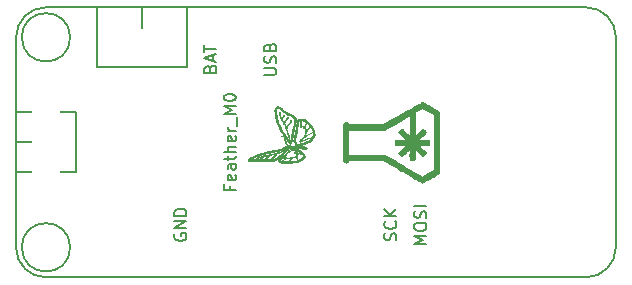
<source format=gto>
G04 #@! TF.FileFunction,Legend,Top*
%FSLAX46Y46*%
G04 Gerber Fmt 4.6, Leading zero omitted, Abs format (unit mm)*
G04 Created by KiCad (PCBNEW 4.0.5-e0-6337~49~ubuntu16.04.1) date Sun Feb  5 13:00:35 2017*
%MOMM*%
%LPD*%
G01*
G04 APERTURE LIST*
%ADD10C,0.101600*%
%ADD11C,0.010000*%
%ADD12C,0.150000*%
%ADD13C,0.152400*%
%ADD14C,1.797000*%
%ADD15C,3.448000*%
%ADD16R,2.178000X2.178000*%
%ADD17C,2.178000*%
%ADD18O,2.432000X2.127200*%
G04 APERTURE END LIST*
D10*
D11*
G36*
X103885141Y-101319868D02*
X103885704Y-101130670D01*
X103886553Y-100948197D01*
X103887693Y-100775198D01*
X103889121Y-100614420D01*
X103890837Y-100468612D01*
X103892843Y-100340522D01*
X103895137Y-100232899D01*
X103897719Y-100148489D01*
X103900591Y-100090042D01*
X103903751Y-100060306D01*
X103904101Y-100058955D01*
X103939801Y-99985350D01*
X103992954Y-99931728D01*
X104057582Y-99898744D01*
X104127706Y-99887052D01*
X104197346Y-99897308D01*
X104260525Y-99930167D01*
X104311264Y-99986283D01*
X104325553Y-100012782D01*
X104354312Y-100075181D01*
X105836141Y-100075591D01*
X107317969Y-100076000D01*
X108058641Y-99648806D01*
X108215615Y-99558263D01*
X108394444Y-99455103D01*
X108589483Y-99342584D01*
X108795090Y-99223962D01*
X109005620Y-99102493D01*
X109215429Y-98981432D01*
X109418874Y-98864037D01*
X109610312Y-98753563D01*
X109695770Y-98704244D01*
X109850722Y-98615033D01*
X109997946Y-98530691D01*
X110135082Y-98452542D01*
X110259771Y-98381911D01*
X110369652Y-98320123D01*
X110462365Y-98268503D01*
X110535552Y-98228376D01*
X110586852Y-98201066D01*
X110613905Y-98187898D01*
X110617254Y-98186875D01*
X110637854Y-98194741D01*
X110682330Y-98217046D01*
X110747359Y-98251855D01*
X110829615Y-98297233D01*
X110925774Y-98351244D01*
X111032511Y-98411953D01*
X111146503Y-98477423D01*
X111264423Y-98545721D01*
X111382948Y-98614909D01*
X111498754Y-98683052D01*
X111608515Y-98748216D01*
X111708906Y-98808463D01*
X111796605Y-98861859D01*
X111868285Y-98906468D01*
X111920622Y-98940355D01*
X111950292Y-98961584D01*
X111954468Y-98965401D01*
X111998125Y-99012876D01*
X111998125Y-104187125D01*
X111954468Y-104234600D01*
X111932746Y-104251394D01*
X111887288Y-104281461D01*
X111821420Y-104322866D01*
X111738466Y-104373675D01*
X111641753Y-104431950D01*
X111534605Y-104495758D01*
X111420346Y-104563162D01*
X111302303Y-104632228D01*
X111183800Y-104701019D01*
X111068163Y-104767600D01*
X110958717Y-104830037D01*
X110858786Y-104886392D01*
X110771695Y-104934733D01*
X110700771Y-104973121D01*
X110649338Y-104999623D01*
X110620720Y-105012303D01*
X110616933Y-105013126D01*
X110601738Y-105006861D01*
X110601738Y-104508183D01*
X111077681Y-104233492D01*
X111553625Y-103958802D01*
X111553625Y-99241346D01*
X111076873Y-98966306D01*
X110600121Y-98691265D01*
X110414091Y-98799373D01*
X110330084Y-98847892D01*
X110241405Y-98898609D01*
X110158982Y-98945301D01*
X110097315Y-98979772D01*
X109966567Y-99052063D01*
X109966125Y-101067875D01*
X110263781Y-100772252D01*
X110344852Y-100692275D01*
X110419905Y-100619259D01*
X110485609Y-100556362D01*
X110538634Y-100506743D01*
X110575650Y-100473560D01*
X110592697Y-100460268D01*
X110630230Y-100452957D01*
X110665316Y-100465296D01*
X110701070Y-100490308D01*
X110745828Y-100530694D01*
X110793770Y-100579952D01*
X110839074Y-100631580D01*
X110875919Y-100679074D01*
X110898484Y-100715933D01*
X110902750Y-100730520D01*
X110892200Y-100752868D01*
X110860232Y-100794213D01*
X110806363Y-100855092D01*
X110730114Y-100936040D01*
X110631002Y-101037592D01*
X110589741Y-101079190D01*
X110276732Y-101393625D01*
X110711522Y-101393625D01*
X110842308Y-101393814D01*
X110945011Y-101394520D01*
X111023296Y-101395949D01*
X111080830Y-101398309D01*
X111121276Y-101401809D01*
X111148301Y-101406655D01*
X111165570Y-101413056D01*
X111175343Y-101419898D01*
X111188829Y-101436734D01*
X111197459Y-101462193D01*
X111202237Y-101502819D01*
X111204165Y-101565156D01*
X111204375Y-101609246D01*
X111203988Y-101682993D01*
X111201820Y-101731948D01*
X111196360Y-101763068D01*
X111186094Y-101783310D01*
X111169512Y-101799630D01*
X111161627Y-101805947D01*
X111147620Y-101816079D01*
X111131895Y-101823883D01*
X111110501Y-101829608D01*
X111079484Y-101833503D01*
X111034892Y-101835815D01*
X110972771Y-101836793D01*
X110889170Y-101836686D01*
X110780136Y-101835741D01*
X110701238Y-101834880D01*
X110589830Y-101833664D01*
X110489621Y-101832637D01*
X110404754Y-101831836D01*
X110339372Y-101831300D01*
X110297619Y-101831063D01*
X110283611Y-101831154D01*
X110294389Y-101842126D01*
X110324776Y-101872577D01*
X110371863Y-101919606D01*
X110432739Y-101980307D01*
X110504496Y-102051779D01*
X110584225Y-102131118D01*
X110585894Y-102132779D01*
X110666741Y-102214205D01*
X110740133Y-102290054D01*
X110802994Y-102356990D01*
X110852247Y-102411678D01*
X110884816Y-102450782D01*
X110897556Y-102470663D01*
X110898152Y-102491093D01*
X110887567Y-102515531D01*
X110862398Y-102548775D01*
X110819244Y-102595625D01*
X110782190Y-102633382D01*
X110717657Y-102695633D01*
X110669575Y-102735484D01*
X110634681Y-102755419D01*
X110617521Y-102758875D01*
X110599558Y-102753549D01*
X110572344Y-102736229D01*
X110533608Y-102704910D01*
X110481079Y-102657584D01*
X110412484Y-102592243D01*
X110325551Y-102506880D01*
X110271867Y-102453434D01*
X109966125Y-102147993D01*
X109966125Y-102575443D01*
X109966235Y-102714762D01*
X109965593Y-102825588D01*
X109962739Y-102911172D01*
X109956213Y-102974762D01*
X109944556Y-103019608D01*
X109926308Y-103048960D01*
X109900009Y-103066068D01*
X109864200Y-103074180D01*
X109817420Y-103076546D01*
X109758211Y-103076417D01*
X109741107Y-103076375D01*
X109679737Y-103076751D01*
X109630980Y-103075702D01*
X109593390Y-103069967D01*
X109565522Y-103056283D01*
X109545933Y-103031389D01*
X109533178Y-102992023D01*
X109525811Y-102934922D01*
X109522388Y-102856824D01*
X109521465Y-102754468D01*
X109521596Y-102624591D01*
X109521625Y-102580804D01*
X109521625Y-102148733D01*
X109207189Y-102461742D01*
X109116371Y-102551102D01*
X109035517Y-102628596D01*
X108967128Y-102691949D01*
X108913706Y-102738886D01*
X108877753Y-102767132D01*
X108862990Y-102774750D01*
X108836392Y-102763254D01*
X108795976Y-102732729D01*
X108747523Y-102689124D01*
X108696817Y-102638387D01*
X108649641Y-102586466D01*
X108611778Y-102539310D01*
X108589010Y-102502866D01*
X108585000Y-102488823D01*
X108591738Y-102469893D01*
X108613065Y-102438933D01*
X108650648Y-102394064D01*
X108706153Y-102333410D01*
X108781247Y-102255092D01*
X108877597Y-102157233D01*
X108894083Y-102140655D01*
X109203166Y-101830188D01*
X108778775Y-101834866D01*
X108640249Y-101836547D01*
X108530203Y-101837206D01*
X108445374Y-101835349D01*
X108382496Y-101829485D01*
X108338302Y-101818121D01*
X108309528Y-101799764D01*
X108292909Y-101772922D01*
X108285179Y-101736103D01*
X108283073Y-101687814D01*
X108283325Y-101626564D01*
X108283375Y-101608454D01*
X108284496Y-101528223D01*
X108288371Y-101473863D01*
X108295763Y-101439555D01*
X108307438Y-101419481D01*
X108308321Y-101418572D01*
X108319469Y-101411079D01*
X108338540Y-101405220D01*
X108369092Y-101400802D01*
X108414686Y-101397635D01*
X108478878Y-101395527D01*
X108565230Y-101394286D01*
X108677298Y-101393721D01*
X108772142Y-101393625D01*
X109211017Y-101393625D01*
X108898008Y-101079190D01*
X108795240Y-100975023D01*
X108714457Y-100890982D01*
X108654357Y-100825607D01*
X108613639Y-100777442D01*
X108591001Y-100745027D01*
X108585000Y-100728565D01*
X108597050Y-100696360D01*
X108631515Y-100648071D01*
X108684218Y-100588969D01*
X108750807Y-100522723D01*
X108802289Y-100479631D01*
X108842492Y-100457356D01*
X108875242Y-100453563D01*
X108895052Y-100460268D01*
X108914412Y-100475552D01*
X108952842Y-100510177D01*
X109007013Y-100560984D01*
X109073594Y-100624814D01*
X109149256Y-100698509D01*
X109223968Y-100772252D01*
X109521625Y-101067875D01*
X109521625Y-99311411D01*
X109470031Y-99342706D01*
X109411823Y-99377529D01*
X109333049Y-99423922D01*
X109236349Y-99480377D01*
X109124365Y-99545386D01*
X108999736Y-99617441D01*
X108865105Y-99695034D01*
X108723113Y-99776656D01*
X108576400Y-99860799D01*
X108427608Y-99945956D01*
X108279378Y-100030618D01*
X108134351Y-100113277D01*
X107995167Y-100192424D01*
X107864468Y-100266552D01*
X107744896Y-100334153D01*
X107639090Y-100393718D01*
X107549693Y-100443740D01*
X107479345Y-100482709D01*
X107430688Y-100509118D01*
X107406361Y-100521460D01*
X107404659Y-100522104D01*
X107381630Y-100524214D01*
X107329011Y-100526221D01*
X107248962Y-100528105D01*
X107143643Y-100529846D01*
X107015212Y-100531425D01*
X106865830Y-100532821D01*
X106697656Y-100534015D01*
X106512850Y-100534987D01*
X106313573Y-100535718D01*
X106101983Y-100536186D01*
X105880240Y-100536373D01*
X105850636Y-100536375D01*
X104346375Y-100536375D01*
X104346375Y-102663011D01*
X107418187Y-102671563D01*
X108013500Y-103015271D01*
X108168868Y-103104982D01*
X108341244Y-103204527D01*
X108522961Y-103309479D01*
X108706356Y-103415410D01*
X108883764Y-103517894D01*
X109047521Y-103612504D01*
X109164437Y-103680060D01*
X109416399Y-103825644D01*
X109644050Y-103957143D01*
X109847010Y-104074336D01*
X110024897Y-104177005D01*
X110177331Y-104264929D01*
X110303931Y-104337890D01*
X110404316Y-104395668D01*
X110478107Y-104438043D01*
X110524921Y-104464795D01*
X110533962Y-104469919D01*
X110601738Y-104508183D01*
X110601738Y-105006861D01*
X110598214Y-105005407D01*
X110555010Y-104983339D01*
X110490273Y-104948556D01*
X110406953Y-104902689D01*
X110307999Y-104847372D01*
X110196362Y-104784237D01*
X110074993Y-104714917D01*
X109997074Y-104670081D01*
X109847890Y-104583993D01*
X109686959Y-104491116D01*
X109520876Y-104395258D01*
X109356236Y-104300224D01*
X109199633Y-104209821D01*
X109057663Y-104127855D01*
X108942187Y-104061177D01*
X108818821Y-103989938D01*
X108674738Y-103906741D01*
X108516716Y-103815500D01*
X108351537Y-103720130D01*
X108185979Y-103624545D01*
X108026823Y-103532659D01*
X107900372Y-103459659D01*
X107318931Y-103124000D01*
X105836622Y-103124410D01*
X104354312Y-103124820D01*
X104325553Y-103187219D01*
X104280866Y-103252017D01*
X104221549Y-103293317D01*
X104153581Y-103311775D01*
X104082941Y-103308045D01*
X104015606Y-103282782D01*
X103957557Y-103236642D01*
X103914771Y-103170279D01*
X103904101Y-103141046D01*
X103900910Y-103114499D01*
X103898009Y-103058952D01*
X103895396Y-102977153D01*
X103893071Y-102871849D01*
X103891035Y-102745789D01*
X103889288Y-102601721D01*
X103887830Y-102442394D01*
X103886660Y-102270554D01*
X103885780Y-102088951D01*
X103885187Y-101900333D01*
X103884883Y-101707448D01*
X103884868Y-101513043D01*
X103885141Y-101319868D01*
X103885141Y-101319868D01*
G37*
X103885141Y-101319868D02*
X103885704Y-101130670D01*
X103886553Y-100948197D01*
X103887693Y-100775198D01*
X103889121Y-100614420D01*
X103890837Y-100468612D01*
X103892843Y-100340522D01*
X103895137Y-100232899D01*
X103897719Y-100148489D01*
X103900591Y-100090042D01*
X103903751Y-100060306D01*
X103904101Y-100058955D01*
X103939801Y-99985350D01*
X103992954Y-99931728D01*
X104057582Y-99898744D01*
X104127706Y-99887052D01*
X104197346Y-99897308D01*
X104260525Y-99930167D01*
X104311264Y-99986283D01*
X104325553Y-100012782D01*
X104354312Y-100075181D01*
X105836141Y-100075591D01*
X107317969Y-100076000D01*
X108058641Y-99648806D01*
X108215615Y-99558263D01*
X108394444Y-99455103D01*
X108589483Y-99342584D01*
X108795090Y-99223962D01*
X109005620Y-99102493D01*
X109215429Y-98981432D01*
X109418874Y-98864037D01*
X109610312Y-98753563D01*
X109695770Y-98704244D01*
X109850722Y-98615033D01*
X109997946Y-98530691D01*
X110135082Y-98452542D01*
X110259771Y-98381911D01*
X110369652Y-98320123D01*
X110462365Y-98268503D01*
X110535552Y-98228376D01*
X110586852Y-98201066D01*
X110613905Y-98187898D01*
X110617254Y-98186875D01*
X110637854Y-98194741D01*
X110682330Y-98217046D01*
X110747359Y-98251855D01*
X110829615Y-98297233D01*
X110925774Y-98351244D01*
X111032511Y-98411953D01*
X111146503Y-98477423D01*
X111264423Y-98545721D01*
X111382948Y-98614909D01*
X111498754Y-98683052D01*
X111608515Y-98748216D01*
X111708906Y-98808463D01*
X111796605Y-98861859D01*
X111868285Y-98906468D01*
X111920622Y-98940355D01*
X111950292Y-98961584D01*
X111954468Y-98965401D01*
X111998125Y-99012876D01*
X111998125Y-104187125D01*
X111954468Y-104234600D01*
X111932746Y-104251394D01*
X111887288Y-104281461D01*
X111821420Y-104322866D01*
X111738466Y-104373675D01*
X111641753Y-104431950D01*
X111534605Y-104495758D01*
X111420346Y-104563162D01*
X111302303Y-104632228D01*
X111183800Y-104701019D01*
X111068163Y-104767600D01*
X110958717Y-104830037D01*
X110858786Y-104886392D01*
X110771695Y-104934733D01*
X110700771Y-104973121D01*
X110649338Y-104999623D01*
X110620720Y-105012303D01*
X110616933Y-105013126D01*
X110601738Y-105006861D01*
X110601738Y-104508183D01*
X111077681Y-104233492D01*
X111553625Y-103958802D01*
X111553625Y-99241346D01*
X111076873Y-98966306D01*
X110600121Y-98691265D01*
X110414091Y-98799373D01*
X110330084Y-98847892D01*
X110241405Y-98898609D01*
X110158982Y-98945301D01*
X110097315Y-98979772D01*
X109966567Y-99052063D01*
X109966125Y-101067875D01*
X110263781Y-100772252D01*
X110344852Y-100692275D01*
X110419905Y-100619259D01*
X110485609Y-100556362D01*
X110538634Y-100506743D01*
X110575650Y-100473560D01*
X110592697Y-100460268D01*
X110630230Y-100452957D01*
X110665316Y-100465296D01*
X110701070Y-100490308D01*
X110745828Y-100530694D01*
X110793770Y-100579952D01*
X110839074Y-100631580D01*
X110875919Y-100679074D01*
X110898484Y-100715933D01*
X110902750Y-100730520D01*
X110892200Y-100752868D01*
X110860232Y-100794213D01*
X110806363Y-100855092D01*
X110730114Y-100936040D01*
X110631002Y-101037592D01*
X110589741Y-101079190D01*
X110276732Y-101393625D01*
X110711522Y-101393625D01*
X110842308Y-101393814D01*
X110945011Y-101394520D01*
X111023296Y-101395949D01*
X111080830Y-101398309D01*
X111121276Y-101401809D01*
X111148301Y-101406655D01*
X111165570Y-101413056D01*
X111175343Y-101419898D01*
X111188829Y-101436734D01*
X111197459Y-101462193D01*
X111202237Y-101502819D01*
X111204165Y-101565156D01*
X111204375Y-101609246D01*
X111203988Y-101682993D01*
X111201820Y-101731948D01*
X111196360Y-101763068D01*
X111186094Y-101783310D01*
X111169512Y-101799630D01*
X111161627Y-101805947D01*
X111147620Y-101816079D01*
X111131895Y-101823883D01*
X111110501Y-101829608D01*
X111079484Y-101833503D01*
X111034892Y-101835815D01*
X110972771Y-101836793D01*
X110889170Y-101836686D01*
X110780136Y-101835741D01*
X110701238Y-101834880D01*
X110589830Y-101833664D01*
X110489621Y-101832637D01*
X110404754Y-101831836D01*
X110339372Y-101831300D01*
X110297619Y-101831063D01*
X110283611Y-101831154D01*
X110294389Y-101842126D01*
X110324776Y-101872577D01*
X110371863Y-101919606D01*
X110432739Y-101980307D01*
X110504496Y-102051779D01*
X110584225Y-102131118D01*
X110585894Y-102132779D01*
X110666741Y-102214205D01*
X110740133Y-102290054D01*
X110802994Y-102356990D01*
X110852247Y-102411678D01*
X110884816Y-102450782D01*
X110897556Y-102470663D01*
X110898152Y-102491093D01*
X110887567Y-102515531D01*
X110862398Y-102548775D01*
X110819244Y-102595625D01*
X110782190Y-102633382D01*
X110717657Y-102695633D01*
X110669575Y-102735484D01*
X110634681Y-102755419D01*
X110617521Y-102758875D01*
X110599558Y-102753549D01*
X110572344Y-102736229D01*
X110533608Y-102704910D01*
X110481079Y-102657584D01*
X110412484Y-102592243D01*
X110325551Y-102506880D01*
X110271867Y-102453434D01*
X109966125Y-102147993D01*
X109966125Y-102575443D01*
X109966235Y-102714762D01*
X109965593Y-102825588D01*
X109962739Y-102911172D01*
X109956213Y-102974762D01*
X109944556Y-103019608D01*
X109926308Y-103048960D01*
X109900009Y-103066068D01*
X109864200Y-103074180D01*
X109817420Y-103076546D01*
X109758211Y-103076417D01*
X109741107Y-103076375D01*
X109679737Y-103076751D01*
X109630980Y-103075702D01*
X109593390Y-103069967D01*
X109565522Y-103056283D01*
X109545933Y-103031389D01*
X109533178Y-102992023D01*
X109525811Y-102934922D01*
X109522388Y-102856824D01*
X109521465Y-102754468D01*
X109521596Y-102624591D01*
X109521625Y-102580804D01*
X109521625Y-102148733D01*
X109207189Y-102461742D01*
X109116371Y-102551102D01*
X109035517Y-102628596D01*
X108967128Y-102691949D01*
X108913706Y-102738886D01*
X108877753Y-102767132D01*
X108862990Y-102774750D01*
X108836392Y-102763254D01*
X108795976Y-102732729D01*
X108747523Y-102689124D01*
X108696817Y-102638387D01*
X108649641Y-102586466D01*
X108611778Y-102539310D01*
X108589010Y-102502866D01*
X108585000Y-102488823D01*
X108591738Y-102469893D01*
X108613065Y-102438933D01*
X108650648Y-102394064D01*
X108706153Y-102333410D01*
X108781247Y-102255092D01*
X108877597Y-102157233D01*
X108894083Y-102140655D01*
X109203166Y-101830188D01*
X108778775Y-101834866D01*
X108640249Y-101836547D01*
X108530203Y-101837206D01*
X108445374Y-101835349D01*
X108382496Y-101829485D01*
X108338302Y-101818121D01*
X108309528Y-101799764D01*
X108292909Y-101772922D01*
X108285179Y-101736103D01*
X108283073Y-101687814D01*
X108283325Y-101626564D01*
X108283375Y-101608454D01*
X108284496Y-101528223D01*
X108288371Y-101473863D01*
X108295763Y-101439555D01*
X108307438Y-101419481D01*
X108308321Y-101418572D01*
X108319469Y-101411079D01*
X108338540Y-101405220D01*
X108369092Y-101400802D01*
X108414686Y-101397635D01*
X108478878Y-101395527D01*
X108565230Y-101394286D01*
X108677298Y-101393721D01*
X108772142Y-101393625D01*
X109211017Y-101393625D01*
X108898008Y-101079190D01*
X108795240Y-100975023D01*
X108714457Y-100890982D01*
X108654357Y-100825607D01*
X108613639Y-100777442D01*
X108591001Y-100745027D01*
X108585000Y-100728565D01*
X108597050Y-100696360D01*
X108631515Y-100648071D01*
X108684218Y-100588969D01*
X108750807Y-100522723D01*
X108802289Y-100479631D01*
X108842492Y-100457356D01*
X108875242Y-100453563D01*
X108895052Y-100460268D01*
X108914412Y-100475552D01*
X108952842Y-100510177D01*
X109007013Y-100560984D01*
X109073594Y-100624814D01*
X109149256Y-100698509D01*
X109223968Y-100772252D01*
X109521625Y-101067875D01*
X109521625Y-99311411D01*
X109470031Y-99342706D01*
X109411823Y-99377529D01*
X109333049Y-99423922D01*
X109236349Y-99480377D01*
X109124365Y-99545386D01*
X108999736Y-99617441D01*
X108865105Y-99695034D01*
X108723113Y-99776656D01*
X108576400Y-99860799D01*
X108427608Y-99945956D01*
X108279378Y-100030618D01*
X108134351Y-100113277D01*
X107995167Y-100192424D01*
X107864468Y-100266552D01*
X107744896Y-100334153D01*
X107639090Y-100393718D01*
X107549693Y-100443740D01*
X107479345Y-100482709D01*
X107430688Y-100509118D01*
X107406361Y-100521460D01*
X107404659Y-100522104D01*
X107381630Y-100524214D01*
X107329011Y-100526221D01*
X107248962Y-100528105D01*
X107143643Y-100529846D01*
X107015212Y-100531425D01*
X106865830Y-100532821D01*
X106697656Y-100534015D01*
X106512850Y-100534987D01*
X106313573Y-100535718D01*
X106101983Y-100536186D01*
X105880240Y-100536373D01*
X105850636Y-100536375D01*
X104346375Y-100536375D01*
X104346375Y-102663011D01*
X107418187Y-102671563D01*
X108013500Y-103015271D01*
X108168868Y-103104982D01*
X108341244Y-103204527D01*
X108522961Y-103309479D01*
X108706356Y-103415410D01*
X108883764Y-103517894D01*
X109047521Y-103612504D01*
X109164437Y-103680060D01*
X109416399Y-103825644D01*
X109644050Y-103957143D01*
X109847010Y-104074336D01*
X110024897Y-104177005D01*
X110177331Y-104264929D01*
X110303931Y-104337890D01*
X110404316Y-104395668D01*
X110478107Y-104438043D01*
X110524921Y-104464795D01*
X110533962Y-104469919D01*
X110601738Y-104508183D01*
X110601738Y-105006861D01*
X110598214Y-105005407D01*
X110555010Y-104983339D01*
X110490273Y-104948556D01*
X110406953Y-104902689D01*
X110307999Y-104847372D01*
X110196362Y-104784237D01*
X110074993Y-104714917D01*
X109997074Y-104670081D01*
X109847890Y-104583993D01*
X109686959Y-104491116D01*
X109520876Y-104395258D01*
X109356236Y-104300224D01*
X109199633Y-104209821D01*
X109057663Y-104127855D01*
X108942187Y-104061177D01*
X108818821Y-103989938D01*
X108674738Y-103906741D01*
X108516716Y-103815500D01*
X108351537Y-103720130D01*
X108185979Y-103624545D01*
X108026823Y-103532659D01*
X107900372Y-103459659D01*
X107318931Y-103124000D01*
X105836622Y-103124410D01*
X104354312Y-103124820D01*
X104325553Y-103187219D01*
X104280866Y-103252017D01*
X104221549Y-103293317D01*
X104153581Y-103311775D01*
X104082941Y-103308045D01*
X104015606Y-103282782D01*
X103957557Y-103236642D01*
X103914771Y-103170279D01*
X103904101Y-103141046D01*
X103900910Y-103114499D01*
X103898009Y-103058952D01*
X103895396Y-102977153D01*
X103893071Y-102871849D01*
X103891035Y-102745789D01*
X103889288Y-102601721D01*
X103887830Y-102442394D01*
X103886660Y-102270554D01*
X103885780Y-102088951D01*
X103885187Y-101900333D01*
X103884883Y-101707448D01*
X103884868Y-101513043D01*
X103885141Y-101319868D01*
G36*
X98477522Y-102983612D02*
X98559745Y-102920770D01*
X98604924Y-102884250D01*
X98672903Y-102825435D01*
X98758337Y-102749135D01*
X98855882Y-102660167D01*
X98960193Y-102563341D01*
X99036806Y-102491160D01*
X99402882Y-102143986D01*
X99559808Y-102143768D01*
X99654064Y-102143079D01*
X99767162Y-102141438D01*
X99878890Y-102139156D01*
X99910617Y-102138354D01*
X100104500Y-102133156D01*
X100339102Y-102348794D01*
X100426231Y-102429130D01*
X100489706Y-102489187D01*
X100534653Y-102535114D01*
X100566200Y-102573066D01*
X100589471Y-102609194D01*
X100609595Y-102649648D01*
X100631115Y-102699214D01*
X100655776Y-102757491D01*
X100669366Y-102800458D01*
X100668557Y-102835187D01*
X100650021Y-102868745D01*
X100610430Y-102908201D01*
X100546456Y-102960627D01*
X100485337Y-103008864D01*
X100417625Y-103059744D01*
X100348035Y-103107970D01*
X100306617Y-103134091D01*
X100240965Y-103172615D01*
X100175975Y-103210801D01*
X100162440Y-103218763D01*
X100100976Y-103241815D01*
X100009775Y-103258509D01*
X99920268Y-103266154D01*
X99913357Y-103266716D01*
X100057025Y-103123048D01*
X100059404Y-103124341D01*
X100087860Y-103113747D01*
X100139670Y-103085525D01*
X100206572Y-103045017D01*
X100280308Y-102997569D01*
X100352616Y-102948522D01*
X100415237Y-102903218D01*
X100459910Y-102867002D01*
X100465826Y-102861455D01*
X100507458Y-102818379D01*
X100524720Y-102788048D01*
X100522205Y-102756982D01*
X100511310Y-102727992D01*
X100472182Y-102654015D01*
X100421538Y-102603377D01*
X100350944Y-102570733D01*
X100251966Y-102550736D01*
X100226819Y-102547648D01*
X100142052Y-102540089D01*
X100085369Y-102541360D01*
X100046537Y-102552623D01*
X100019624Y-102571181D01*
X99977563Y-102617445D01*
X99957523Y-102659534D01*
X99961924Y-102689246D01*
X99982062Y-102698415D01*
X100016233Y-102713473D01*
X100018249Y-102745491D01*
X99987751Y-102788721D01*
X99987673Y-102788799D01*
X99968474Y-102812958D01*
X99961709Y-102841387D01*
X99967809Y-102883839D01*
X99987200Y-102950070D01*
X99995926Y-102976799D01*
X100020396Y-103045707D01*
X100042038Y-103097421D01*
X100057025Y-103123048D01*
X99913357Y-103266716D01*
X99814486Y-103274765D01*
X99693602Y-103289741D01*
X99580471Y-103308159D01*
X99559664Y-103312227D01*
X99432602Y-103331982D01*
X99286667Y-103342835D01*
X99182740Y-103344121D01*
X99321415Y-103205446D01*
X99344893Y-103209470D01*
X99349780Y-103209733D01*
X99388880Y-103207526D01*
X99456201Y-103199635D01*
X99541521Y-103187378D01*
X99615047Y-103175459D01*
X99711770Y-103160390D01*
X99802946Y-103148668D01*
X99876527Y-103141711D01*
X99912105Y-103140455D01*
X99966461Y-103138177D01*
X100003211Y-103130369D01*
X100008658Y-103127024D01*
X100010275Y-103102371D01*
X100000317Y-103051673D01*
X99980911Y-102985481D01*
X99978883Y-102979444D01*
X99953760Y-102909612D01*
X99934555Y-102869876D01*
X99916521Y-102852737D01*
X99897262Y-102850445D01*
X99856702Y-102844218D01*
X99854396Y-102842799D01*
X99895059Y-102802137D01*
X99916726Y-102802868D01*
X99920155Y-102802117D01*
X99960338Y-102786522D01*
X99969077Y-102761096D01*
X99967956Y-102755162D01*
X99950908Y-102739317D01*
X99923618Y-102748973D01*
X99901211Y-102777588D01*
X99895059Y-102802137D01*
X99854396Y-102842799D01*
X99841757Y-102835020D01*
X99812923Y-102830095D01*
X99760242Y-102839415D01*
X99694552Y-102859236D01*
X99626696Y-102885816D01*
X99567515Y-102915407D01*
X99529123Y-102942979D01*
X99488247Y-102976706D01*
X99453533Y-102994805D01*
X99453342Y-102994848D01*
X99426023Y-103015419D01*
X99388635Y-103062510D01*
X99361631Y-103104447D01*
X99328895Y-103160835D01*
X99315786Y-103191868D01*
X99321415Y-103205446D01*
X99182740Y-103344121D01*
X99116268Y-103344943D01*
X98915813Y-103338459D01*
X98814054Y-103332763D01*
X98681609Y-103315998D01*
X98629291Y-103300192D01*
X98741567Y-103187917D01*
X98752648Y-103196444D01*
X98759589Y-103198625D01*
X98802168Y-103204958D01*
X98869775Y-103208826D01*
X98953156Y-103210387D01*
X99043062Y-103209797D01*
X99130239Y-103207216D01*
X99205437Y-103202800D01*
X99259403Y-103196709D01*
X99282399Y-103189707D01*
X99304929Y-103159199D01*
X99334546Y-103110216D01*
X99343309Y-103094257D01*
X99368359Y-103037170D01*
X99374091Y-103015539D01*
X99435685Y-102953946D01*
X99457893Y-102952509D01*
X99484039Y-102933222D01*
X99505274Y-102902530D01*
X99504763Y-102884867D01*
X99482554Y-102886305D01*
X99456408Y-102905591D01*
X99435173Y-102936285D01*
X99435685Y-102953946D01*
X99374091Y-103015539D01*
X99381779Y-102986535D01*
X99382499Y-102976611D01*
X99379185Y-102954619D01*
X99364136Y-102941493D01*
X99329502Y-102935060D01*
X99267433Y-102933150D01*
X99225580Y-102933202D01*
X99125390Y-102938300D01*
X99060345Y-102952713D01*
X99033935Y-102968853D01*
X98997080Y-102995812D01*
X98972253Y-103003683D01*
X98944923Y-103015492D01*
X98897852Y-103046622D01*
X98840680Y-103090631D01*
X98834184Y-103095984D01*
X98790836Y-103132675D01*
X98969401Y-102954110D01*
X98991068Y-102954841D01*
X98994498Y-102954090D01*
X99035099Y-102937012D01*
X99054031Y-102913841D01*
X99049658Y-102899499D01*
X99018925Y-102891210D01*
X98986784Y-102911601D01*
X98975555Y-102929562D01*
X98969401Y-102954110D01*
X98790836Y-103132675D01*
X98778210Y-103143362D01*
X98748712Y-103172115D01*
X98741567Y-103187917D01*
X98629291Y-103300192D01*
X98563016Y-103280172D01*
X98511157Y-103257762D01*
X98433105Y-103218155D01*
X98533053Y-103118207D01*
X98549743Y-103134280D01*
X98591633Y-103154593D01*
X98611342Y-103161909D01*
X98652689Y-103174718D01*
X98683880Y-103176197D01*
X98715875Y-103162554D01*
X98759631Y-103129999D01*
X98799813Y-103096697D01*
X98871929Y-103031169D01*
X98913838Y-102979603D01*
X98926300Y-102953112D01*
X98960355Y-102897316D01*
X98996401Y-102866301D01*
X99038642Y-102845504D01*
X99070038Y-102853049D01*
X99086902Y-102867664D01*
X99125951Y-102887088D01*
X99189481Y-102900054D01*
X99264513Y-102906049D01*
X99338070Y-102904562D01*
X99397175Y-102895080D01*
X99425711Y-102881025D01*
X99467212Y-102852622D01*
X99511008Y-102840554D01*
X99542682Y-102847889D01*
X99547977Y-102854997D01*
X99571404Y-102863811D01*
X99620063Y-102858473D01*
X99684155Y-102842155D01*
X99753883Y-102818030D01*
X99819451Y-102789268D01*
X99871061Y-102759041D01*
X99888031Y-102744911D01*
X99922266Y-102703219D01*
X99939983Y-102667105D01*
X99940417Y-102664273D01*
X99930178Y-102624748D01*
X99916251Y-102605567D01*
X99916132Y-102605246D01*
X99963200Y-102558178D01*
X99969136Y-102560561D01*
X100001443Y-102552070D01*
X100022666Y-102523534D01*
X100023408Y-102507277D01*
X100006600Y-102497082D01*
X99978295Y-102506193D01*
X99955985Y-102527715D01*
X99953213Y-102534947D01*
X99963200Y-102558178D01*
X99916132Y-102605246D01*
X99902323Y-102567850D01*
X99909423Y-102543476D01*
X99913537Y-102510179D01*
X99900600Y-102482181D01*
X99915155Y-102467627D01*
X99950722Y-102480035D01*
X99980447Y-102469434D01*
X100017701Y-102456782D01*
X100060029Y-102477836D01*
X100061106Y-102478687D01*
X100105699Y-102500703D01*
X100171795Y-102518716D01*
X100218822Y-102525876D01*
X100331377Y-102537141D01*
X100234321Y-102431878D01*
X100183386Y-102378701D01*
X100140254Y-102337352D01*
X100113649Y-102316161D01*
X100112442Y-102315562D01*
X100073142Y-102313894D01*
X100016443Y-102327757D01*
X99957732Y-102351421D01*
X99912398Y-102379155D01*
X99897976Y-102395443D01*
X99893594Y-102435859D01*
X99915155Y-102467627D01*
X99900600Y-102482181D01*
X99898134Y-102476845D01*
X99872775Y-102455901D01*
X99847015Y-102459780D01*
X99845891Y-102460846D01*
X99813375Y-102478067D01*
X99782281Y-102485997D01*
X99746924Y-102485862D01*
X99743731Y-102480110D01*
X99787986Y-102435855D01*
X99819079Y-102427975D01*
X99837157Y-102414316D01*
X99853218Y-102386369D01*
X99850157Y-102373684D01*
X99828012Y-102375234D01*
X99800987Y-102395223D01*
X99781866Y-102423115D01*
X99787986Y-102435855D01*
X99743731Y-102480110D01*
X99734276Y-102463073D01*
X99732978Y-102452407D01*
X99745785Y-102401211D01*
X99786586Y-102359001D01*
X99844301Y-102335217D01*
X99873014Y-102333049D01*
X99930114Y-102329171D01*
X99990599Y-102316533D01*
X100042139Y-102298837D01*
X100072408Y-102279787D01*
X100075815Y-102272128D01*
X100057394Y-102266542D01*
X100006521Y-102262886D01*
X99929783Y-102261339D01*
X99833766Y-102262079D01*
X99768536Y-102263731D01*
X99461257Y-102273465D01*
X99182488Y-102534237D01*
X99080090Y-102628890D01*
X98972026Y-102726835D01*
X98867315Y-102820027D01*
X98774972Y-102900425D01*
X98718386Y-102948209D01*
X98647344Y-103008225D01*
X98588893Y-103060060D01*
X98548868Y-103098364D01*
X98533100Y-103117786D01*
X98533053Y-103118207D01*
X98433105Y-103218155D01*
X98428791Y-103215967D01*
X98376323Y-103178202D01*
X98354358Y-103140274D01*
X98363501Y-103097994D01*
X98404353Y-103047170D01*
X98477522Y-102983612D01*
X98477522Y-102983612D01*
G37*
X98477522Y-102983612D02*
X98559745Y-102920770D01*
X98604924Y-102884250D01*
X98672903Y-102825435D01*
X98758337Y-102749135D01*
X98855882Y-102660167D01*
X98960193Y-102563341D01*
X99036806Y-102491160D01*
X99402882Y-102143986D01*
X99559808Y-102143768D01*
X99654064Y-102143079D01*
X99767162Y-102141438D01*
X99878890Y-102139156D01*
X99910617Y-102138354D01*
X100104500Y-102133156D01*
X100339102Y-102348794D01*
X100426231Y-102429130D01*
X100489706Y-102489187D01*
X100534653Y-102535114D01*
X100566200Y-102573066D01*
X100589471Y-102609194D01*
X100609595Y-102649648D01*
X100631115Y-102699214D01*
X100655776Y-102757491D01*
X100669366Y-102800458D01*
X100668557Y-102835187D01*
X100650021Y-102868745D01*
X100610430Y-102908201D01*
X100546456Y-102960627D01*
X100485337Y-103008864D01*
X100417625Y-103059744D01*
X100348035Y-103107970D01*
X100306617Y-103134091D01*
X100240965Y-103172615D01*
X100175975Y-103210801D01*
X100162440Y-103218763D01*
X100100976Y-103241815D01*
X100009775Y-103258509D01*
X99920268Y-103266154D01*
X99913357Y-103266716D01*
X100057025Y-103123048D01*
X100059404Y-103124341D01*
X100087860Y-103113747D01*
X100139670Y-103085525D01*
X100206572Y-103045017D01*
X100280308Y-102997569D01*
X100352616Y-102948522D01*
X100415237Y-102903218D01*
X100459910Y-102867002D01*
X100465826Y-102861455D01*
X100507458Y-102818379D01*
X100524720Y-102788048D01*
X100522205Y-102756982D01*
X100511310Y-102727992D01*
X100472182Y-102654015D01*
X100421538Y-102603377D01*
X100350944Y-102570733D01*
X100251966Y-102550736D01*
X100226819Y-102547648D01*
X100142052Y-102540089D01*
X100085369Y-102541360D01*
X100046537Y-102552623D01*
X100019624Y-102571181D01*
X99977563Y-102617445D01*
X99957523Y-102659534D01*
X99961924Y-102689246D01*
X99982062Y-102698415D01*
X100016233Y-102713473D01*
X100018249Y-102745491D01*
X99987751Y-102788721D01*
X99987673Y-102788799D01*
X99968474Y-102812958D01*
X99961709Y-102841387D01*
X99967809Y-102883839D01*
X99987200Y-102950070D01*
X99995926Y-102976799D01*
X100020396Y-103045707D01*
X100042038Y-103097421D01*
X100057025Y-103123048D01*
X99913357Y-103266716D01*
X99814486Y-103274765D01*
X99693602Y-103289741D01*
X99580471Y-103308159D01*
X99559664Y-103312227D01*
X99432602Y-103331982D01*
X99286667Y-103342835D01*
X99182740Y-103344121D01*
X99321415Y-103205446D01*
X99344893Y-103209470D01*
X99349780Y-103209733D01*
X99388880Y-103207526D01*
X99456201Y-103199635D01*
X99541521Y-103187378D01*
X99615047Y-103175459D01*
X99711770Y-103160390D01*
X99802946Y-103148668D01*
X99876527Y-103141711D01*
X99912105Y-103140455D01*
X99966461Y-103138177D01*
X100003211Y-103130369D01*
X100008658Y-103127024D01*
X100010275Y-103102371D01*
X100000317Y-103051673D01*
X99980911Y-102985481D01*
X99978883Y-102979444D01*
X99953760Y-102909612D01*
X99934555Y-102869876D01*
X99916521Y-102852737D01*
X99897262Y-102850445D01*
X99856702Y-102844218D01*
X99854396Y-102842799D01*
X99895059Y-102802137D01*
X99916726Y-102802868D01*
X99920155Y-102802117D01*
X99960338Y-102786522D01*
X99969077Y-102761096D01*
X99967956Y-102755162D01*
X99950908Y-102739317D01*
X99923618Y-102748973D01*
X99901211Y-102777588D01*
X99895059Y-102802137D01*
X99854396Y-102842799D01*
X99841757Y-102835020D01*
X99812923Y-102830095D01*
X99760242Y-102839415D01*
X99694552Y-102859236D01*
X99626696Y-102885816D01*
X99567515Y-102915407D01*
X99529123Y-102942979D01*
X99488247Y-102976706D01*
X99453533Y-102994805D01*
X99453342Y-102994848D01*
X99426023Y-103015419D01*
X99388635Y-103062510D01*
X99361631Y-103104447D01*
X99328895Y-103160835D01*
X99315786Y-103191868D01*
X99321415Y-103205446D01*
X99182740Y-103344121D01*
X99116268Y-103344943D01*
X98915813Y-103338459D01*
X98814054Y-103332763D01*
X98681609Y-103315998D01*
X98629291Y-103300192D01*
X98741567Y-103187917D01*
X98752648Y-103196444D01*
X98759589Y-103198625D01*
X98802168Y-103204958D01*
X98869775Y-103208826D01*
X98953156Y-103210387D01*
X99043062Y-103209797D01*
X99130239Y-103207216D01*
X99205437Y-103202800D01*
X99259403Y-103196709D01*
X99282399Y-103189707D01*
X99304929Y-103159199D01*
X99334546Y-103110216D01*
X99343309Y-103094257D01*
X99368359Y-103037170D01*
X99374091Y-103015539D01*
X99435685Y-102953946D01*
X99457893Y-102952509D01*
X99484039Y-102933222D01*
X99505274Y-102902530D01*
X99504763Y-102884867D01*
X99482554Y-102886305D01*
X99456408Y-102905591D01*
X99435173Y-102936285D01*
X99435685Y-102953946D01*
X99374091Y-103015539D01*
X99381779Y-102986535D01*
X99382499Y-102976611D01*
X99379185Y-102954619D01*
X99364136Y-102941493D01*
X99329502Y-102935060D01*
X99267433Y-102933150D01*
X99225580Y-102933202D01*
X99125390Y-102938300D01*
X99060345Y-102952713D01*
X99033935Y-102968853D01*
X98997080Y-102995812D01*
X98972253Y-103003683D01*
X98944923Y-103015492D01*
X98897852Y-103046622D01*
X98840680Y-103090631D01*
X98834184Y-103095984D01*
X98790836Y-103132675D01*
X98969401Y-102954110D01*
X98991068Y-102954841D01*
X98994498Y-102954090D01*
X99035099Y-102937012D01*
X99054031Y-102913841D01*
X99049658Y-102899499D01*
X99018925Y-102891210D01*
X98986784Y-102911601D01*
X98975555Y-102929562D01*
X98969401Y-102954110D01*
X98790836Y-103132675D01*
X98778210Y-103143362D01*
X98748712Y-103172115D01*
X98741567Y-103187917D01*
X98629291Y-103300192D01*
X98563016Y-103280172D01*
X98511157Y-103257762D01*
X98433105Y-103218155D01*
X98533053Y-103118207D01*
X98549743Y-103134280D01*
X98591633Y-103154593D01*
X98611342Y-103161909D01*
X98652689Y-103174718D01*
X98683880Y-103176197D01*
X98715875Y-103162554D01*
X98759631Y-103129999D01*
X98799813Y-103096697D01*
X98871929Y-103031169D01*
X98913838Y-102979603D01*
X98926300Y-102953112D01*
X98960355Y-102897316D01*
X98996401Y-102866301D01*
X99038642Y-102845504D01*
X99070038Y-102853049D01*
X99086902Y-102867664D01*
X99125951Y-102887088D01*
X99189481Y-102900054D01*
X99264513Y-102906049D01*
X99338070Y-102904562D01*
X99397175Y-102895080D01*
X99425711Y-102881025D01*
X99467212Y-102852622D01*
X99511008Y-102840554D01*
X99542682Y-102847889D01*
X99547977Y-102854997D01*
X99571404Y-102863811D01*
X99620063Y-102858473D01*
X99684155Y-102842155D01*
X99753883Y-102818030D01*
X99819451Y-102789268D01*
X99871061Y-102759041D01*
X99888031Y-102744911D01*
X99922266Y-102703219D01*
X99939983Y-102667105D01*
X99940417Y-102664273D01*
X99930178Y-102624748D01*
X99916251Y-102605567D01*
X99916132Y-102605246D01*
X99963200Y-102558178D01*
X99969136Y-102560561D01*
X100001443Y-102552070D01*
X100022666Y-102523534D01*
X100023408Y-102507277D01*
X100006600Y-102497082D01*
X99978295Y-102506193D01*
X99955985Y-102527715D01*
X99953213Y-102534947D01*
X99963200Y-102558178D01*
X99916132Y-102605246D01*
X99902323Y-102567850D01*
X99909423Y-102543476D01*
X99913537Y-102510179D01*
X99900600Y-102482181D01*
X99915155Y-102467627D01*
X99950722Y-102480035D01*
X99980447Y-102469434D01*
X100017701Y-102456782D01*
X100060029Y-102477836D01*
X100061106Y-102478687D01*
X100105699Y-102500703D01*
X100171795Y-102518716D01*
X100218822Y-102525876D01*
X100331377Y-102537141D01*
X100234321Y-102431878D01*
X100183386Y-102378701D01*
X100140254Y-102337352D01*
X100113649Y-102316161D01*
X100112442Y-102315562D01*
X100073142Y-102313894D01*
X100016443Y-102327757D01*
X99957732Y-102351421D01*
X99912398Y-102379155D01*
X99897976Y-102395443D01*
X99893594Y-102435859D01*
X99915155Y-102467627D01*
X99900600Y-102482181D01*
X99898134Y-102476845D01*
X99872775Y-102455901D01*
X99847015Y-102459780D01*
X99845891Y-102460846D01*
X99813375Y-102478067D01*
X99782281Y-102485997D01*
X99746924Y-102485862D01*
X99743731Y-102480110D01*
X99787986Y-102435855D01*
X99819079Y-102427975D01*
X99837157Y-102414316D01*
X99853218Y-102386369D01*
X99850157Y-102373684D01*
X99828012Y-102375234D01*
X99800987Y-102395223D01*
X99781866Y-102423115D01*
X99787986Y-102435855D01*
X99743731Y-102480110D01*
X99734276Y-102463073D01*
X99732978Y-102452407D01*
X99745785Y-102401211D01*
X99786586Y-102359001D01*
X99844301Y-102335217D01*
X99873014Y-102333049D01*
X99930114Y-102329171D01*
X99990599Y-102316533D01*
X100042139Y-102298837D01*
X100072408Y-102279787D01*
X100075815Y-102272128D01*
X100057394Y-102266542D01*
X100006521Y-102262886D01*
X99929783Y-102261339D01*
X99833766Y-102262079D01*
X99768536Y-102263731D01*
X99461257Y-102273465D01*
X99182488Y-102534237D01*
X99080090Y-102628890D01*
X98972026Y-102726835D01*
X98867315Y-102820027D01*
X98774972Y-102900425D01*
X98718386Y-102948209D01*
X98647344Y-103008225D01*
X98588893Y-103060060D01*
X98548868Y-103098364D01*
X98533100Y-103117786D01*
X98533053Y-103118207D01*
X98433105Y-103218155D01*
X98428791Y-103215967D01*
X98376323Y-103178202D01*
X98354358Y-103140274D01*
X98363501Y-103097994D01*
X98404353Y-103047170D01*
X98477522Y-102983612D01*
G36*
X98234159Y-98604351D02*
X98291466Y-98573468D01*
X98337303Y-98560972D01*
X98389133Y-98564629D01*
X98445261Y-98577335D01*
X98496641Y-98591550D01*
X98538937Y-98608263D01*
X98580401Y-98632818D01*
X98629286Y-98670558D01*
X98693845Y-98726827D01*
X98738770Y-98767378D01*
X98841078Y-98857233D01*
X98936717Y-98933684D01*
X99034148Y-99002264D01*
X99141830Y-99068508D01*
X99268223Y-99137949D01*
X99421784Y-99216122D01*
X99433844Y-99222102D01*
X99584385Y-99300663D01*
X99701526Y-99371590D01*
X99789381Y-99438189D01*
X99852069Y-99503761D01*
X99893701Y-99571610D01*
X99905622Y-99600802D01*
X99918278Y-99648543D01*
X99921918Y-99701679D01*
X99915618Y-99766964D01*
X99898448Y-99851154D01*
X99869487Y-99961004D01*
X99844335Y-100047894D01*
X99810131Y-100167680D01*
X99778952Y-100286751D01*
X99749363Y-100411781D01*
X99719931Y-100549442D01*
X99689223Y-100706405D01*
X99655807Y-100889344D01*
X99621982Y-101083168D01*
X99594761Y-101236621D01*
X99571086Y-101357467D01*
X99549413Y-101451837D01*
X99528196Y-101525870D01*
X99505887Y-101585698D01*
X99483459Y-101632731D01*
X99450613Y-101693207D01*
X99424987Y-101737183D01*
X99411658Y-101755989D01*
X99411183Y-101756152D01*
X99398070Y-101741010D01*
X99365716Y-101699140D01*
X99317815Y-101635452D01*
X99299511Y-101610766D01*
X99387917Y-101522360D01*
X99394503Y-101521431D01*
X99390785Y-101492926D01*
X99382896Y-101462159D01*
X99364726Y-101399594D01*
X99337923Y-101310645D01*
X99304137Y-101200724D01*
X99265015Y-101075246D01*
X99223321Y-100943128D01*
X99179914Y-100807961D01*
X99138999Y-100683515D01*
X99102408Y-100575134D01*
X99071974Y-100488163D01*
X99049529Y-100427944D01*
X99037084Y-100400084D01*
X99028039Y-100373114D01*
X99063531Y-100337622D01*
X99081338Y-100347268D01*
X99095781Y-100333004D01*
X99106760Y-100295524D01*
X99103232Y-100278828D01*
X99085425Y-100269182D01*
X99070983Y-100283446D01*
X99060003Y-100320927D01*
X99063531Y-100337622D01*
X99028039Y-100373114D01*
X99020767Y-100351431D01*
X99022688Y-100316610D01*
X99030702Y-100280050D01*
X99028032Y-100247782D01*
X99011035Y-100209221D01*
X98976066Y-100153779D01*
X98956909Y-100125497D01*
X98912394Y-100064329D01*
X98879889Y-100030895D01*
X98852790Y-100018570D01*
X98849977Y-100018230D01*
X98823020Y-100006855D01*
X98819724Y-99993813D01*
X98851218Y-99962319D01*
X98861891Y-99961233D01*
X98878344Y-99945937D01*
X98901031Y-99913489D01*
X98904141Y-99895296D01*
X98889908Y-99877338D01*
X98870326Y-99888383D01*
X98855462Y-99921522D01*
X98854006Y-99929713D01*
X98851218Y-99962319D01*
X98819724Y-99993813D01*
X98814207Y-99971972D01*
X98813974Y-99960024D01*
X98805842Y-99926734D01*
X99145625Y-99586951D01*
X99164676Y-99577361D01*
X99171492Y-99570773D01*
X99187064Y-99538701D01*
X99180092Y-99520725D01*
X99155133Y-99508888D01*
X99147244Y-99512127D01*
X99138691Y-99539583D01*
X99138645Y-99562173D01*
X99145625Y-99586951D01*
X98805842Y-99926734D01*
X98802735Y-99914015D01*
X98773945Y-99856041D01*
X98734998Y-99796741D01*
X98693286Y-99746752D01*
X98656203Y-99716710D01*
X98641941Y-99712494D01*
X98621275Y-99699651D01*
X98620958Y-99697145D01*
X98662073Y-99656030D01*
X98681124Y-99646440D01*
X98687940Y-99639851D01*
X98703512Y-99607780D01*
X98696539Y-99589804D01*
X98671581Y-99577967D01*
X98663692Y-99581205D01*
X98655139Y-99608662D01*
X98655092Y-99631251D01*
X98662073Y-99656030D01*
X98620958Y-99697145D01*
X98615959Y-99657530D01*
X98616775Y-99641655D01*
X98610691Y-99588449D01*
X98590131Y-99513493D01*
X98559853Y-99429055D01*
X98524613Y-99347400D01*
X98489166Y-99280798D01*
X98463453Y-99246191D01*
X98437558Y-99195176D01*
X98483269Y-99149465D01*
X98501075Y-99159111D01*
X98515518Y-99144847D01*
X98526497Y-99107367D01*
X98522969Y-99090671D01*
X98505162Y-99081025D01*
X98490720Y-99095288D01*
X98479740Y-99132769D01*
X98483269Y-99149465D01*
X98437558Y-99195176D01*
X98436954Y-99193985D01*
X98441748Y-99127938D01*
X98471207Y-99066045D01*
X98502191Y-99029876D01*
X98530284Y-99024774D01*
X98537483Y-99027424D01*
X98567020Y-99059418D01*
X98567308Y-99113477D01*
X98539418Y-99183634D01*
X98522757Y-99219420D01*
X98517708Y-99252275D01*
X98525766Y-99292743D01*
X98548428Y-99351360D01*
X98570278Y-99401013D01*
X98637420Y-99551069D01*
X98691860Y-99513828D01*
X98730143Y-99478085D01*
X98732752Y-99473485D01*
X98824499Y-99381738D01*
X98838348Y-99378270D01*
X98851645Y-99365620D01*
X98873701Y-99332915D01*
X98876510Y-99315033D01*
X98861377Y-99297172D01*
X98839904Y-99306075D01*
X98824017Y-99333961D01*
X98821869Y-99350680D01*
X98824499Y-99381738D01*
X98732752Y-99473485D01*
X98760851Y-99423944D01*
X98784119Y-99361190D01*
X98808232Y-99294824D01*
X98828541Y-99259038D01*
X98849754Y-99246272D01*
X98856019Y-99245791D01*
X98887661Y-99260406D01*
X98900062Y-99296839D01*
X98895007Y-99343967D01*
X98874280Y-99390670D01*
X98839668Y-99425827D01*
X98825997Y-99432805D01*
X98778159Y-99464326D01*
X98744415Y-99508517D01*
X98734861Y-99551609D01*
X98735768Y-99555867D01*
X98734640Y-99594873D01*
X98720168Y-99647660D01*
X98717333Y-99654867D01*
X98702747Y-99704752D01*
X98712683Y-99740716D01*
X98734530Y-99766330D01*
X98773120Y-99809891D01*
X98799626Y-99846915D01*
X98813652Y-99864249D01*
X98831991Y-99867021D01*
X98859767Y-99852050D01*
X98902102Y-99816161D01*
X98964124Y-99756175D01*
X98993869Y-99726451D01*
X99056248Y-99658506D01*
X99089469Y-99608336D01*
X99097047Y-99580945D01*
X99109685Y-99522254D01*
X99136276Y-99477052D01*
X99169554Y-99455038D01*
X99189862Y-99457066D01*
X99215135Y-99486176D01*
X99217861Y-99531638D01*
X99202307Y-99581382D01*
X99172745Y-99623340D01*
X99133443Y-99645440D01*
X99122860Y-99646449D01*
X99095371Y-99661841D01*
X99056163Y-99701437D01*
X99012649Y-99755368D01*
X98972241Y-99813764D01*
X98942352Y-99866755D01*
X98930484Y-99902616D01*
X98921061Y-99952004D01*
X98912698Y-99975110D01*
X98915544Y-100012465D01*
X98947320Y-100075479D01*
X98972512Y-100114301D01*
X99013319Y-100172329D01*
X99040957Y-100204314D01*
X99063393Y-100217080D01*
X99088594Y-100217453D01*
X99092351Y-100216966D01*
X99131939Y-100204166D01*
X99147833Y-100190115D01*
X99164313Y-100166881D01*
X99200066Y-100121997D01*
X99248751Y-100063325D01*
X99274648Y-100032813D01*
X99341041Y-99950439D01*
X99348020Y-99939665D01*
X99448560Y-99839125D01*
X99463132Y-99830675D01*
X99474583Y-99816059D01*
X99492050Y-99778262D01*
X99491016Y-99755525D01*
X99473242Y-99744212D01*
X99454420Y-99760532D01*
X99443102Y-99794238D01*
X99442818Y-99813285D01*
X99448560Y-99839125D01*
X99348020Y-99939665D01*
X99381048Y-99888672D01*
X99397839Y-99842553D01*
X99398267Y-99839445D01*
X99413363Y-99779446D01*
X99432583Y-99736753D01*
X99465688Y-99703784D01*
X99497353Y-99704733D01*
X99518417Y-99735214D01*
X99521341Y-99779250D01*
X99510645Y-99821740D01*
X99482904Y-99859498D01*
X99436594Y-99899440D01*
X99379952Y-99950394D01*
X99317820Y-100016564D01*
X99256489Y-100089891D01*
X99202246Y-100162313D01*
X99161380Y-100225766D01*
X99140180Y-100272193D01*
X99138603Y-100281426D01*
X99126854Y-100334257D01*
X99108953Y-100374892D01*
X99102117Y-100393635D01*
X99100706Y-100420887D01*
X99105744Y-100460963D01*
X99118256Y-100518184D01*
X99139267Y-100596865D01*
X99169800Y-100701325D01*
X99210882Y-100835882D01*
X99242444Y-100937420D01*
X99284812Y-101071785D01*
X99323874Y-101193088D01*
X99358031Y-101296565D01*
X99385681Y-101377457D01*
X99405229Y-101431001D01*
X99415072Y-101452437D01*
X99415469Y-101452632D01*
X99423587Y-101434664D01*
X99436095Y-101386037D01*
X99451136Y-101314666D01*
X99463593Y-101247384D01*
X99504188Y-101022031D01*
X99545962Y-100802169D01*
X99587692Y-100593631D01*
X99628157Y-100402249D01*
X99666136Y-100233853D01*
X99700404Y-100094276D01*
X99721123Y-100018254D01*
X99747713Y-99919145D01*
X99769184Y-99825582D01*
X99783317Y-99748201D01*
X99787906Y-99698196D01*
X99777165Y-99635680D01*
X99745528Y-99576562D01*
X99689599Y-99517855D01*
X99605982Y-99456575D01*
X99491282Y-99389737D01*
X99362687Y-99324315D01*
X99208316Y-99246785D01*
X99079549Y-99175656D01*
X98965352Y-99103741D01*
X98854688Y-99023854D01*
X98736523Y-98928809D01*
X98674217Y-98875965D01*
X98591924Y-98806199D01*
X98531740Y-98758174D01*
X98486771Y-98727443D01*
X98450120Y-98709562D01*
X98414891Y-98700085D01*
X98397075Y-98697297D01*
X98334154Y-98697774D01*
X98285493Y-98719460D01*
X98250878Y-98764421D01*
X98230091Y-98834728D01*
X98222918Y-98932447D01*
X98229140Y-99059645D01*
X98248543Y-99218392D01*
X98280908Y-99410753D01*
X98307869Y-99550186D01*
X98331846Y-99643979D01*
X98371697Y-99764480D01*
X98428253Y-99913959D01*
X98502344Y-100094687D01*
X98533322Y-100167495D01*
X98724102Y-100612241D01*
X99027854Y-101026910D01*
X99111154Y-101140760D01*
X99188327Y-101246479D01*
X99255890Y-101339282D01*
X99310364Y-101414380D01*
X99348269Y-101466987D01*
X99365175Y-101490904D01*
X99387917Y-101522360D01*
X99299511Y-101610766D01*
X99258060Y-101554857D01*
X99190142Y-101462267D01*
X99188739Y-101460344D01*
X99119950Y-101366831D01*
X99058427Y-101284600D01*
X99008067Y-101218751D01*
X98972773Y-101174383D01*
X98956443Y-101156597D01*
X98956437Y-101156593D01*
X98951995Y-101169323D01*
X98956424Y-101211725D01*
X98967895Y-101275887D01*
X98984579Y-101353896D01*
X99004648Y-101437841D01*
X99026271Y-101519811D01*
X99047621Y-101591892D01*
X99066870Y-101646174D01*
X99072596Y-101659140D01*
X99107648Y-101724574D01*
X99145847Y-101785432D01*
X99156322Y-101799921D01*
X99186757Y-101835633D01*
X99208073Y-101842344D01*
X99232834Y-101823565D01*
X99234622Y-101821786D01*
X99277005Y-101795867D01*
X99322924Y-101803866D01*
X99378125Y-101846826D01*
X99379362Y-101848048D01*
X99406666Y-101870123D01*
X99440093Y-101883179D01*
X99488839Y-101888664D01*
X99562099Y-101888023D01*
X99617576Y-101885511D01*
X99790728Y-101878343D01*
X99938767Y-101876854D01*
X100075317Y-101881605D01*
X100214005Y-101893155D01*
X100368458Y-101912063D01*
X100412125Y-101918147D01*
X100527011Y-101934911D01*
X100609929Y-101948746D01*
X100667675Y-101961658D01*
X100707044Y-101975651D01*
X100734831Y-101992733D01*
X100757832Y-102014909D01*
X100764130Y-102022061D01*
X100796260Y-102064127D01*
X100802692Y-102092759D01*
X100786342Y-102121141D01*
X100786085Y-102121454D01*
X100745615Y-102155541D01*
X100715017Y-102169490D01*
X100681679Y-102169323D01*
X100618712Y-102161689D01*
X100534576Y-102147854D01*
X100437728Y-102129086D01*
X100418489Y-102125046D01*
X100301158Y-102101694D01*
X100208290Y-102088054D01*
X100126722Y-102083291D01*
X100043290Y-102086574D01*
X99955643Y-102095729D01*
X99817081Y-102109048D01*
X99681176Y-102115477D01*
X99555969Y-102115138D01*
X99449506Y-102108157D01*
X99369827Y-102094659D01*
X99344193Y-102086217D01*
X99302418Y-102071031D01*
X99285132Y-102076133D01*
X99281737Y-102104402D01*
X99278912Y-102122538D01*
X99267981Y-102144184D01*
X99245260Y-102173350D01*
X99207065Y-102214052D01*
X99149709Y-102270301D01*
X99069510Y-102346109D01*
X99002092Y-102408980D01*
X98892617Y-102509769D01*
X98771100Y-102619994D01*
X98648687Y-102729646D01*
X98536525Y-102828715D01*
X98476464Y-102880913D01*
X98362610Y-102977223D01*
X98268324Y-103050231D01*
X98185038Y-103102975D01*
X98104183Y-103138497D01*
X98017191Y-103159839D01*
X97915494Y-103170041D01*
X97790523Y-103172142D01*
X97662159Y-103169894D01*
X97563520Y-103168033D01*
X97433140Y-103166376D01*
X97278355Y-103164974D01*
X97106497Y-103163878D01*
X96924905Y-103163134D01*
X96740910Y-103162795D01*
X96616442Y-103162822D01*
X96413352Y-103162552D01*
X96246411Y-103161150D01*
X96112702Y-103158492D01*
X96009308Y-103154455D01*
X95933315Y-103148914D01*
X95900841Y-103144394D01*
X96016038Y-103029197D01*
X96697310Y-103033745D01*
X96872224Y-103035055D01*
X97048199Y-103036634D01*
X97217986Y-103038399D01*
X97374336Y-103040266D01*
X97509999Y-103042151D01*
X97617726Y-103043970D01*
X97661497Y-103044890D01*
X97804364Y-103046791D01*
X97918248Y-103042888D01*
X98011793Y-103029988D01*
X98093646Y-103004897D01*
X98172447Y-102964419D01*
X98256843Y-102905359D01*
X98355476Y-102824525D01*
X98428161Y-102761554D01*
X98520089Y-102680178D01*
X98614084Y-102595282D01*
X98705968Y-102510828D01*
X98791561Y-102430783D01*
X98866684Y-102359108D01*
X98927159Y-102299769D01*
X98968804Y-102256728D01*
X98987442Y-102233952D01*
X98987123Y-102231372D01*
X98953525Y-102240148D01*
X98892343Y-102262826D01*
X98811054Y-102296049D01*
X98717135Y-102336460D01*
X98618060Y-102380702D01*
X98521307Y-102425420D01*
X98434350Y-102467254D01*
X98364667Y-102502849D01*
X98319732Y-102528847D01*
X98311759Y-102534625D01*
X98253533Y-102585464D01*
X98182592Y-102652372D01*
X98106483Y-102727653D01*
X98032756Y-102803607D01*
X97968957Y-102872537D01*
X97922637Y-102926743D01*
X97908201Y-102946199D01*
X97866921Y-102991596D01*
X97824566Y-103013626D01*
X97789869Y-103010443D01*
X97784849Y-103002151D01*
X97819238Y-102967762D01*
X97841447Y-102966325D01*
X97867593Y-102947039D01*
X97888828Y-102916345D01*
X97888317Y-102898683D01*
X97879706Y-102899240D01*
X98235305Y-102543641D01*
X98242164Y-102546745D01*
X98270476Y-102540816D01*
X98291091Y-102519875D01*
X98289790Y-102498841D01*
X98259606Y-102490500D01*
X98231769Y-102507779D01*
X98226717Y-102519114D01*
X98235305Y-102543641D01*
X97879706Y-102899240D01*
X97866108Y-102900121D01*
X97839962Y-102919408D01*
X97818727Y-102950100D01*
X97819238Y-102967762D01*
X97784849Y-103002151D01*
X97771565Y-102980202D01*
X97770934Y-102975214D01*
X97777553Y-102937618D01*
X97810866Y-102903092D01*
X97825518Y-102892684D01*
X97874015Y-102856330D01*
X97933291Y-102806821D01*
X97996951Y-102750193D01*
X98058599Y-102692490D01*
X98111841Y-102639752D01*
X98150280Y-102598019D01*
X98167520Y-102573331D01*
X98167347Y-102569819D01*
X98142943Y-102567331D01*
X98090615Y-102573121D01*
X98019761Y-102585146D01*
X97939781Y-102601361D01*
X97860072Y-102619720D01*
X97790032Y-102638181D01*
X97739060Y-102654696D01*
X97716554Y-102667223D01*
X97716272Y-102667958D01*
X97696839Y-102689157D01*
X97653855Y-102716926D01*
X97630637Y-102728972D01*
X97552199Y-102773454D01*
X97505823Y-102814753D01*
X97494531Y-102850173D01*
X97494567Y-102850328D01*
X97485013Y-102879833D01*
X97454013Y-102918085D01*
X97412903Y-102952562D01*
X97390601Y-102965154D01*
X97355082Y-102965776D01*
X97335582Y-102949827D01*
X97375021Y-102910387D01*
X97403058Y-102915745D01*
X97435919Y-102900382D01*
X97445751Y-102889242D01*
X97443234Y-102866378D01*
X97613476Y-102696136D01*
X97618751Y-102698317D01*
X97647276Y-102691863D01*
X97674060Y-102669681D01*
X97685363Y-102645118D01*
X97681896Y-102636998D01*
X97653208Y-102628465D01*
X97645470Y-102629528D01*
X97619489Y-102647300D01*
X97606653Y-102675092D01*
X97613476Y-102696136D01*
X97443234Y-102866378D01*
X97443083Y-102864999D01*
X97440542Y-102862215D01*
X97417773Y-102860728D01*
X97389982Y-102876587D01*
X97372807Y-102898295D01*
X97375021Y-102910387D01*
X97335582Y-102949827D01*
X97328589Y-102944108D01*
X97323068Y-102913014D01*
X97330083Y-102899988D01*
X97377400Y-102852642D01*
X97424522Y-102819908D01*
X97453367Y-102810510D01*
X97486371Y-102797152D01*
X97522137Y-102766665D01*
X97546878Y-102732660D01*
X97550426Y-102714697D01*
X97530365Y-102707534D01*
X97482141Y-102707801D01*
X97415634Y-102714010D01*
X97340727Y-102724671D01*
X97267300Y-102738296D01*
X97205236Y-102753394D01*
X97164415Y-102768478D01*
X97156330Y-102774092D01*
X97113895Y-102801873D01*
X97084746Y-102812363D01*
X97051625Y-102827703D01*
X97039745Y-102862099D01*
X97038772Y-102875435D01*
X97021963Y-102922067D01*
X96984177Y-102964549D01*
X96937581Y-102993111D01*
X96894336Y-102997984D01*
X96888684Y-102995977D01*
X96884140Y-102991019D01*
X96921213Y-102953946D01*
X96943421Y-102952509D01*
X96969568Y-102933222D01*
X96990802Y-102902530D01*
X96990291Y-102884867D01*
X96968082Y-102886305D01*
X96941936Y-102905591D01*
X96920702Y-102936285D01*
X96921213Y-102953946D01*
X96884140Y-102991019D01*
X96868905Y-102974398D01*
X97084890Y-102758413D01*
X97112927Y-102763772D01*
X97145788Y-102748409D01*
X97155620Y-102737269D01*
X97152951Y-102713026D01*
X97150411Y-102710241D01*
X97127642Y-102708755D01*
X97099851Y-102724614D01*
X97082675Y-102746321D01*
X97084890Y-102758413D01*
X96868905Y-102974398D01*
X96865416Y-102970591D01*
X96874207Y-102933702D01*
X96911639Y-102890183D01*
X96974291Y-102844909D01*
X97007732Y-102826321D01*
X97035577Y-102803924D01*
X97033523Y-102789942D01*
X97006682Y-102786949D01*
X96954868Y-102797504D01*
X96888199Y-102817961D01*
X96816796Y-102844677D01*
X96750774Y-102874006D01*
X96700254Y-102902301D01*
X96682421Y-102916421D01*
X96636216Y-102951203D01*
X96590837Y-102969549D01*
X96555479Y-102969415D01*
X96552286Y-102963662D01*
X96589633Y-102926315D01*
X96611842Y-102924877D01*
X96637989Y-102905591D01*
X96659223Y-102874898D01*
X96658713Y-102857236D01*
X96636503Y-102858673D01*
X96610357Y-102877959D01*
X96589123Y-102908653D01*
X96589633Y-102926315D01*
X96552286Y-102963662D01*
X96542831Y-102946625D01*
X96541533Y-102935958D01*
X96552383Y-102891306D01*
X96585727Y-102850378D01*
X96630487Y-102820773D01*
X96675584Y-102810093D01*
X96706877Y-102822506D01*
X96734649Y-102827154D01*
X96787932Y-102820209D01*
X96855975Y-102804639D01*
X96928024Y-102783408D01*
X96993326Y-102759478D01*
X97041130Y-102735818D01*
X97052957Y-102727081D01*
X97107922Y-102678762D01*
X97142937Y-102652717D01*
X97166242Y-102644159D01*
X97186080Y-102648304D01*
X97187553Y-102648947D01*
X97210590Y-102674599D01*
X97211470Y-102690916D01*
X97224555Y-102703696D01*
X97266342Y-102707222D01*
X97327955Y-102702949D01*
X97400513Y-102692334D01*
X97475140Y-102676837D01*
X97542956Y-102657914D01*
X97595086Y-102637022D01*
X97614404Y-102624770D01*
X97667331Y-102594758D01*
X97710211Y-102597660D01*
X97754025Y-102602397D01*
X97824418Y-102597019D01*
X97910889Y-102583746D01*
X98002939Y-102564797D01*
X98090067Y-102542392D01*
X98161772Y-102518749D01*
X98207554Y-102496088D01*
X98213216Y-102491346D01*
X98266338Y-102451291D01*
X98312675Y-102445893D01*
X98329714Y-102452424D01*
X98356980Y-102450652D01*
X98411309Y-102435985D01*
X98483913Y-102411061D01*
X98540094Y-102389253D01*
X98673576Y-102334710D01*
X98773338Y-102293068D01*
X98842095Y-102263106D01*
X98882564Y-102243603D01*
X98897460Y-102233339D01*
X98892305Y-102230961D01*
X98856268Y-102235150D01*
X98786905Y-102246576D01*
X98689089Y-102264243D01*
X98637650Y-102273953D01*
X98811708Y-102099896D01*
X98841613Y-102104652D01*
X98908394Y-102096500D01*
X98974774Y-102083588D01*
X99059643Y-102067662D01*
X99133726Y-102057553D01*
X99186351Y-102054537D01*
X99202295Y-102056369D01*
X99241201Y-102064487D01*
X99245545Y-102057343D01*
X99214950Y-102038611D01*
X99204618Y-102033803D01*
X99161811Y-102004546D01*
X99153842Y-101982720D01*
X99138433Y-101957585D01*
X99094918Y-101954131D01*
X99027364Y-101971858D01*
X98943372Y-102008493D01*
X98862575Y-102051786D01*
X98818691Y-102082264D01*
X98811708Y-102099896D01*
X98637650Y-102273953D01*
X98567696Y-102287159D01*
X98427599Y-102314328D01*
X98273673Y-102344757D01*
X98110789Y-102377451D01*
X97943824Y-102411415D01*
X97777652Y-102445655D01*
X97617147Y-102479177D01*
X97467181Y-102510987D01*
X97332630Y-102540089D01*
X97218367Y-102565491D01*
X97129268Y-102586197D01*
X97070204Y-102601213D01*
X97054744Y-102605842D01*
X96949817Y-102642055D01*
X96828485Y-102686020D01*
X96697699Y-102735008D01*
X96564410Y-102786288D01*
X96435569Y-102837128D01*
X96318126Y-102884800D01*
X96219033Y-102926571D01*
X96145240Y-102959713D01*
X96113983Y-102975417D01*
X96016038Y-103029197D01*
X95900841Y-103144394D01*
X95881805Y-103141745D01*
X95851864Y-103132825D01*
X95847102Y-103130102D01*
X95810504Y-103094815D01*
X95808824Y-103057646D01*
X95842113Y-103011280D01*
X95847974Y-103005240D01*
X95899663Y-102960708D01*
X95969679Y-102914294D01*
X96061398Y-102864371D01*
X96178196Y-102809316D01*
X96323452Y-102747502D01*
X96500541Y-102677305D01*
X96638391Y-102624883D01*
X96778304Y-102572523D01*
X96895067Y-102529631D01*
X96995504Y-102494351D01*
X97086434Y-102464829D01*
X97174684Y-102439208D01*
X97267074Y-102415633D01*
X97370426Y-102392247D01*
X97491566Y-102367197D01*
X97637313Y-102338625D01*
X97814490Y-102304676D01*
X97818536Y-102303904D01*
X97981628Y-102272843D01*
X98138936Y-102243017D01*
X98284688Y-102215510D01*
X98413120Y-102191405D01*
X98518462Y-102171786D01*
X98594947Y-102157737D01*
X98626475Y-102152102D01*
X98691458Y-102138653D01*
X98733762Y-102125652D01*
X98746349Y-102115420D01*
X98743724Y-102113425D01*
X98726273Y-102104702D01*
X98723512Y-102095244D01*
X98740487Y-102079244D01*
X98782247Y-102050889D01*
X98818547Y-102027315D01*
X98900878Y-101979805D01*
X98986428Y-101940164D01*
X99065238Y-101912156D01*
X99127352Y-101899548D01*
X99152603Y-101900977D01*
X99182280Y-101906182D01*
X99187644Y-101903303D01*
X99173079Y-101884359D01*
X99142616Y-101846294D01*
X99126447Y-101826343D01*
X99061460Y-101733722D01*
X99010424Y-101629683D01*
X98969536Y-101504858D01*
X98936870Y-101359778D01*
X98918302Y-101270734D01*
X98899800Y-101195235D01*
X98883675Y-101142004D01*
X98873462Y-101120672D01*
X98835057Y-101099276D01*
X98775610Y-101081555D01*
X98713153Y-101071588D01*
X98665718Y-101073459D01*
X98665326Y-101073566D01*
X98635566Y-101073315D01*
X98629012Y-101052629D01*
X98645383Y-101032767D01*
X98687679Y-101025284D01*
X98745233Y-101028834D01*
X98807383Y-101042070D01*
X98863463Y-101063650D01*
X98897278Y-101086473D01*
X98904751Y-101089008D01*
X98891664Y-101064142D01*
X98860585Y-101015969D01*
X98814085Y-100948586D01*
X98786160Y-100909394D01*
X98711572Y-100805235D01*
X98655833Y-100725571D01*
X98614765Y-100663324D01*
X98584190Y-100611419D01*
X98559929Y-100562781D01*
X98537802Y-100510332D01*
X98514545Y-100449443D01*
X98488874Y-100384406D01*
X98451332Y-100293941D01*
X98406218Y-100188190D01*
X98357828Y-100077301D01*
X98337389Y-100031249D01*
X98293067Y-99930459D01*
X98258681Y-99846784D01*
X98231654Y-99771186D01*
X98209409Y-99694628D01*
X98189370Y-99608069D01*
X98168960Y-99502471D01*
X98145602Y-99368796D01*
X98141246Y-99343182D01*
X98118223Y-99204582D01*
X98102019Y-99097513D01*
X98092190Y-99015112D01*
X98088294Y-98950517D01*
X98089888Y-98896861D01*
X98096527Y-98847281D01*
X98106245Y-98801343D01*
X98139301Y-98660585D01*
X98234159Y-98604351D01*
X98234159Y-98604351D01*
G37*
X98234159Y-98604351D02*
X98291466Y-98573468D01*
X98337303Y-98560972D01*
X98389133Y-98564629D01*
X98445261Y-98577335D01*
X98496641Y-98591550D01*
X98538937Y-98608263D01*
X98580401Y-98632818D01*
X98629286Y-98670558D01*
X98693845Y-98726827D01*
X98738770Y-98767378D01*
X98841078Y-98857233D01*
X98936717Y-98933684D01*
X99034148Y-99002264D01*
X99141830Y-99068508D01*
X99268223Y-99137949D01*
X99421784Y-99216122D01*
X99433844Y-99222102D01*
X99584385Y-99300663D01*
X99701526Y-99371590D01*
X99789381Y-99438189D01*
X99852069Y-99503761D01*
X99893701Y-99571610D01*
X99905622Y-99600802D01*
X99918278Y-99648543D01*
X99921918Y-99701679D01*
X99915618Y-99766964D01*
X99898448Y-99851154D01*
X99869487Y-99961004D01*
X99844335Y-100047894D01*
X99810131Y-100167680D01*
X99778952Y-100286751D01*
X99749363Y-100411781D01*
X99719931Y-100549442D01*
X99689223Y-100706405D01*
X99655807Y-100889344D01*
X99621982Y-101083168D01*
X99594761Y-101236621D01*
X99571086Y-101357467D01*
X99549413Y-101451837D01*
X99528196Y-101525870D01*
X99505887Y-101585698D01*
X99483459Y-101632731D01*
X99450613Y-101693207D01*
X99424987Y-101737183D01*
X99411658Y-101755989D01*
X99411183Y-101756152D01*
X99398070Y-101741010D01*
X99365716Y-101699140D01*
X99317815Y-101635452D01*
X99299511Y-101610766D01*
X99387917Y-101522360D01*
X99394503Y-101521431D01*
X99390785Y-101492926D01*
X99382896Y-101462159D01*
X99364726Y-101399594D01*
X99337923Y-101310645D01*
X99304137Y-101200724D01*
X99265015Y-101075246D01*
X99223321Y-100943128D01*
X99179914Y-100807961D01*
X99138999Y-100683515D01*
X99102408Y-100575134D01*
X99071974Y-100488163D01*
X99049529Y-100427944D01*
X99037084Y-100400084D01*
X99028039Y-100373114D01*
X99063531Y-100337622D01*
X99081338Y-100347268D01*
X99095781Y-100333004D01*
X99106760Y-100295524D01*
X99103232Y-100278828D01*
X99085425Y-100269182D01*
X99070983Y-100283446D01*
X99060003Y-100320927D01*
X99063531Y-100337622D01*
X99028039Y-100373114D01*
X99020767Y-100351431D01*
X99022688Y-100316610D01*
X99030702Y-100280050D01*
X99028032Y-100247782D01*
X99011035Y-100209221D01*
X98976066Y-100153779D01*
X98956909Y-100125497D01*
X98912394Y-100064329D01*
X98879889Y-100030895D01*
X98852790Y-100018570D01*
X98849977Y-100018230D01*
X98823020Y-100006855D01*
X98819724Y-99993813D01*
X98851218Y-99962319D01*
X98861891Y-99961233D01*
X98878344Y-99945937D01*
X98901031Y-99913489D01*
X98904141Y-99895296D01*
X98889908Y-99877338D01*
X98870326Y-99888383D01*
X98855462Y-99921522D01*
X98854006Y-99929713D01*
X98851218Y-99962319D01*
X98819724Y-99993813D01*
X98814207Y-99971972D01*
X98813974Y-99960024D01*
X98805842Y-99926734D01*
X99145625Y-99586951D01*
X99164676Y-99577361D01*
X99171492Y-99570773D01*
X99187064Y-99538701D01*
X99180092Y-99520725D01*
X99155133Y-99508888D01*
X99147244Y-99512127D01*
X99138691Y-99539583D01*
X99138645Y-99562173D01*
X99145625Y-99586951D01*
X98805842Y-99926734D01*
X98802735Y-99914015D01*
X98773945Y-99856041D01*
X98734998Y-99796741D01*
X98693286Y-99746752D01*
X98656203Y-99716710D01*
X98641941Y-99712494D01*
X98621275Y-99699651D01*
X98620958Y-99697145D01*
X98662073Y-99656030D01*
X98681124Y-99646440D01*
X98687940Y-99639851D01*
X98703512Y-99607780D01*
X98696539Y-99589804D01*
X98671581Y-99577967D01*
X98663692Y-99581205D01*
X98655139Y-99608662D01*
X98655092Y-99631251D01*
X98662073Y-99656030D01*
X98620958Y-99697145D01*
X98615959Y-99657530D01*
X98616775Y-99641655D01*
X98610691Y-99588449D01*
X98590131Y-99513493D01*
X98559853Y-99429055D01*
X98524613Y-99347400D01*
X98489166Y-99280798D01*
X98463453Y-99246191D01*
X98437558Y-99195176D01*
X98483269Y-99149465D01*
X98501075Y-99159111D01*
X98515518Y-99144847D01*
X98526497Y-99107367D01*
X98522969Y-99090671D01*
X98505162Y-99081025D01*
X98490720Y-99095288D01*
X98479740Y-99132769D01*
X98483269Y-99149465D01*
X98437558Y-99195176D01*
X98436954Y-99193985D01*
X98441748Y-99127938D01*
X98471207Y-99066045D01*
X98502191Y-99029876D01*
X98530284Y-99024774D01*
X98537483Y-99027424D01*
X98567020Y-99059418D01*
X98567308Y-99113477D01*
X98539418Y-99183634D01*
X98522757Y-99219420D01*
X98517708Y-99252275D01*
X98525766Y-99292743D01*
X98548428Y-99351360D01*
X98570278Y-99401013D01*
X98637420Y-99551069D01*
X98691860Y-99513828D01*
X98730143Y-99478085D01*
X98732752Y-99473485D01*
X98824499Y-99381738D01*
X98838348Y-99378270D01*
X98851645Y-99365620D01*
X98873701Y-99332915D01*
X98876510Y-99315033D01*
X98861377Y-99297172D01*
X98839904Y-99306075D01*
X98824017Y-99333961D01*
X98821869Y-99350680D01*
X98824499Y-99381738D01*
X98732752Y-99473485D01*
X98760851Y-99423944D01*
X98784119Y-99361190D01*
X98808232Y-99294824D01*
X98828541Y-99259038D01*
X98849754Y-99246272D01*
X98856019Y-99245791D01*
X98887661Y-99260406D01*
X98900062Y-99296839D01*
X98895007Y-99343967D01*
X98874280Y-99390670D01*
X98839668Y-99425827D01*
X98825997Y-99432805D01*
X98778159Y-99464326D01*
X98744415Y-99508517D01*
X98734861Y-99551609D01*
X98735768Y-99555867D01*
X98734640Y-99594873D01*
X98720168Y-99647660D01*
X98717333Y-99654867D01*
X98702747Y-99704752D01*
X98712683Y-99740716D01*
X98734530Y-99766330D01*
X98773120Y-99809891D01*
X98799626Y-99846915D01*
X98813652Y-99864249D01*
X98831991Y-99867021D01*
X98859767Y-99852050D01*
X98902102Y-99816161D01*
X98964124Y-99756175D01*
X98993869Y-99726451D01*
X99056248Y-99658506D01*
X99089469Y-99608336D01*
X99097047Y-99580945D01*
X99109685Y-99522254D01*
X99136276Y-99477052D01*
X99169554Y-99455038D01*
X99189862Y-99457066D01*
X99215135Y-99486176D01*
X99217861Y-99531638D01*
X99202307Y-99581382D01*
X99172745Y-99623340D01*
X99133443Y-99645440D01*
X99122860Y-99646449D01*
X99095371Y-99661841D01*
X99056163Y-99701437D01*
X99012649Y-99755368D01*
X98972241Y-99813764D01*
X98942352Y-99866755D01*
X98930484Y-99902616D01*
X98921061Y-99952004D01*
X98912698Y-99975110D01*
X98915544Y-100012465D01*
X98947320Y-100075479D01*
X98972512Y-100114301D01*
X99013319Y-100172329D01*
X99040957Y-100204314D01*
X99063393Y-100217080D01*
X99088594Y-100217453D01*
X99092351Y-100216966D01*
X99131939Y-100204166D01*
X99147833Y-100190115D01*
X99164313Y-100166881D01*
X99200066Y-100121997D01*
X99248751Y-100063325D01*
X99274648Y-100032813D01*
X99341041Y-99950439D01*
X99348020Y-99939665D01*
X99448560Y-99839125D01*
X99463132Y-99830675D01*
X99474583Y-99816059D01*
X99492050Y-99778262D01*
X99491016Y-99755525D01*
X99473242Y-99744212D01*
X99454420Y-99760532D01*
X99443102Y-99794238D01*
X99442818Y-99813285D01*
X99448560Y-99839125D01*
X99348020Y-99939665D01*
X99381048Y-99888672D01*
X99397839Y-99842553D01*
X99398267Y-99839445D01*
X99413363Y-99779446D01*
X99432583Y-99736753D01*
X99465688Y-99703784D01*
X99497353Y-99704733D01*
X99518417Y-99735214D01*
X99521341Y-99779250D01*
X99510645Y-99821740D01*
X99482904Y-99859498D01*
X99436594Y-99899440D01*
X99379952Y-99950394D01*
X99317820Y-100016564D01*
X99256489Y-100089891D01*
X99202246Y-100162313D01*
X99161380Y-100225766D01*
X99140180Y-100272193D01*
X99138603Y-100281426D01*
X99126854Y-100334257D01*
X99108953Y-100374892D01*
X99102117Y-100393635D01*
X99100706Y-100420887D01*
X99105744Y-100460963D01*
X99118256Y-100518184D01*
X99139267Y-100596865D01*
X99169800Y-100701325D01*
X99210882Y-100835882D01*
X99242444Y-100937420D01*
X99284812Y-101071785D01*
X99323874Y-101193088D01*
X99358031Y-101296565D01*
X99385681Y-101377457D01*
X99405229Y-101431001D01*
X99415072Y-101452437D01*
X99415469Y-101452632D01*
X99423587Y-101434664D01*
X99436095Y-101386037D01*
X99451136Y-101314666D01*
X99463593Y-101247384D01*
X99504188Y-101022031D01*
X99545962Y-100802169D01*
X99587692Y-100593631D01*
X99628157Y-100402249D01*
X99666136Y-100233853D01*
X99700404Y-100094276D01*
X99721123Y-100018254D01*
X99747713Y-99919145D01*
X99769184Y-99825582D01*
X99783317Y-99748201D01*
X99787906Y-99698196D01*
X99777165Y-99635680D01*
X99745528Y-99576562D01*
X99689599Y-99517855D01*
X99605982Y-99456575D01*
X99491282Y-99389737D01*
X99362687Y-99324315D01*
X99208316Y-99246785D01*
X99079549Y-99175656D01*
X98965352Y-99103741D01*
X98854688Y-99023854D01*
X98736523Y-98928809D01*
X98674217Y-98875965D01*
X98591924Y-98806199D01*
X98531740Y-98758174D01*
X98486771Y-98727443D01*
X98450120Y-98709562D01*
X98414891Y-98700085D01*
X98397075Y-98697297D01*
X98334154Y-98697774D01*
X98285493Y-98719460D01*
X98250878Y-98764421D01*
X98230091Y-98834728D01*
X98222918Y-98932447D01*
X98229140Y-99059645D01*
X98248543Y-99218392D01*
X98280908Y-99410753D01*
X98307869Y-99550186D01*
X98331846Y-99643979D01*
X98371697Y-99764480D01*
X98428253Y-99913959D01*
X98502344Y-100094687D01*
X98533322Y-100167495D01*
X98724102Y-100612241D01*
X99027854Y-101026910D01*
X99111154Y-101140760D01*
X99188327Y-101246479D01*
X99255890Y-101339282D01*
X99310364Y-101414380D01*
X99348269Y-101466987D01*
X99365175Y-101490904D01*
X99387917Y-101522360D01*
X99299511Y-101610766D01*
X99258060Y-101554857D01*
X99190142Y-101462267D01*
X99188739Y-101460344D01*
X99119950Y-101366831D01*
X99058427Y-101284600D01*
X99008067Y-101218751D01*
X98972773Y-101174383D01*
X98956443Y-101156597D01*
X98956437Y-101156593D01*
X98951995Y-101169323D01*
X98956424Y-101211725D01*
X98967895Y-101275887D01*
X98984579Y-101353896D01*
X99004648Y-101437841D01*
X99026271Y-101519811D01*
X99047621Y-101591892D01*
X99066870Y-101646174D01*
X99072596Y-101659140D01*
X99107648Y-101724574D01*
X99145847Y-101785432D01*
X99156322Y-101799921D01*
X99186757Y-101835633D01*
X99208073Y-101842344D01*
X99232834Y-101823565D01*
X99234622Y-101821786D01*
X99277005Y-101795867D01*
X99322924Y-101803866D01*
X99378125Y-101846826D01*
X99379362Y-101848048D01*
X99406666Y-101870123D01*
X99440093Y-101883179D01*
X99488839Y-101888664D01*
X99562099Y-101888023D01*
X99617576Y-101885511D01*
X99790728Y-101878343D01*
X99938767Y-101876854D01*
X100075317Y-101881605D01*
X100214005Y-101893155D01*
X100368458Y-101912063D01*
X100412125Y-101918147D01*
X100527011Y-101934911D01*
X100609929Y-101948746D01*
X100667675Y-101961658D01*
X100707044Y-101975651D01*
X100734831Y-101992733D01*
X100757832Y-102014909D01*
X100764130Y-102022061D01*
X100796260Y-102064127D01*
X100802692Y-102092759D01*
X100786342Y-102121141D01*
X100786085Y-102121454D01*
X100745615Y-102155541D01*
X100715017Y-102169490D01*
X100681679Y-102169323D01*
X100618712Y-102161689D01*
X100534576Y-102147854D01*
X100437728Y-102129086D01*
X100418489Y-102125046D01*
X100301158Y-102101694D01*
X100208290Y-102088054D01*
X100126722Y-102083291D01*
X100043290Y-102086574D01*
X99955643Y-102095729D01*
X99817081Y-102109048D01*
X99681176Y-102115477D01*
X99555969Y-102115138D01*
X99449506Y-102108157D01*
X99369827Y-102094659D01*
X99344193Y-102086217D01*
X99302418Y-102071031D01*
X99285132Y-102076133D01*
X99281737Y-102104402D01*
X99278912Y-102122538D01*
X99267981Y-102144184D01*
X99245260Y-102173350D01*
X99207065Y-102214052D01*
X99149709Y-102270301D01*
X99069510Y-102346109D01*
X99002092Y-102408980D01*
X98892617Y-102509769D01*
X98771100Y-102619994D01*
X98648687Y-102729646D01*
X98536525Y-102828715D01*
X98476464Y-102880913D01*
X98362610Y-102977223D01*
X98268324Y-103050231D01*
X98185038Y-103102975D01*
X98104183Y-103138497D01*
X98017191Y-103159839D01*
X97915494Y-103170041D01*
X97790523Y-103172142D01*
X97662159Y-103169894D01*
X97563520Y-103168033D01*
X97433140Y-103166376D01*
X97278355Y-103164974D01*
X97106497Y-103163878D01*
X96924905Y-103163134D01*
X96740910Y-103162795D01*
X96616442Y-103162822D01*
X96413352Y-103162552D01*
X96246411Y-103161150D01*
X96112702Y-103158492D01*
X96009308Y-103154455D01*
X95933315Y-103148914D01*
X95900841Y-103144394D01*
X96016038Y-103029197D01*
X96697310Y-103033745D01*
X96872224Y-103035055D01*
X97048199Y-103036634D01*
X97217986Y-103038399D01*
X97374336Y-103040266D01*
X97509999Y-103042151D01*
X97617726Y-103043970D01*
X97661497Y-103044890D01*
X97804364Y-103046791D01*
X97918248Y-103042888D01*
X98011793Y-103029988D01*
X98093646Y-103004897D01*
X98172447Y-102964419D01*
X98256843Y-102905359D01*
X98355476Y-102824525D01*
X98428161Y-102761554D01*
X98520089Y-102680178D01*
X98614084Y-102595282D01*
X98705968Y-102510828D01*
X98791561Y-102430783D01*
X98866684Y-102359108D01*
X98927159Y-102299769D01*
X98968804Y-102256728D01*
X98987442Y-102233952D01*
X98987123Y-102231372D01*
X98953525Y-102240148D01*
X98892343Y-102262826D01*
X98811054Y-102296049D01*
X98717135Y-102336460D01*
X98618060Y-102380702D01*
X98521307Y-102425420D01*
X98434350Y-102467254D01*
X98364667Y-102502849D01*
X98319732Y-102528847D01*
X98311759Y-102534625D01*
X98253533Y-102585464D01*
X98182592Y-102652372D01*
X98106483Y-102727653D01*
X98032756Y-102803607D01*
X97968957Y-102872537D01*
X97922637Y-102926743D01*
X97908201Y-102946199D01*
X97866921Y-102991596D01*
X97824566Y-103013626D01*
X97789869Y-103010443D01*
X97784849Y-103002151D01*
X97819238Y-102967762D01*
X97841447Y-102966325D01*
X97867593Y-102947039D01*
X97888828Y-102916345D01*
X97888317Y-102898683D01*
X97879706Y-102899240D01*
X98235305Y-102543641D01*
X98242164Y-102546745D01*
X98270476Y-102540816D01*
X98291091Y-102519875D01*
X98289790Y-102498841D01*
X98259606Y-102490500D01*
X98231769Y-102507779D01*
X98226717Y-102519114D01*
X98235305Y-102543641D01*
X97879706Y-102899240D01*
X97866108Y-102900121D01*
X97839962Y-102919408D01*
X97818727Y-102950100D01*
X97819238Y-102967762D01*
X97784849Y-103002151D01*
X97771565Y-102980202D01*
X97770934Y-102975214D01*
X97777553Y-102937618D01*
X97810866Y-102903092D01*
X97825518Y-102892684D01*
X97874015Y-102856330D01*
X97933291Y-102806821D01*
X97996951Y-102750193D01*
X98058599Y-102692490D01*
X98111841Y-102639752D01*
X98150280Y-102598019D01*
X98167520Y-102573331D01*
X98167347Y-102569819D01*
X98142943Y-102567331D01*
X98090615Y-102573121D01*
X98019761Y-102585146D01*
X97939781Y-102601361D01*
X97860072Y-102619720D01*
X97790032Y-102638181D01*
X97739060Y-102654696D01*
X97716554Y-102667223D01*
X97716272Y-102667958D01*
X97696839Y-102689157D01*
X97653855Y-102716926D01*
X97630637Y-102728972D01*
X97552199Y-102773454D01*
X97505823Y-102814753D01*
X97494531Y-102850173D01*
X97494567Y-102850328D01*
X97485013Y-102879833D01*
X97454013Y-102918085D01*
X97412903Y-102952562D01*
X97390601Y-102965154D01*
X97355082Y-102965776D01*
X97335582Y-102949827D01*
X97375021Y-102910387D01*
X97403058Y-102915745D01*
X97435919Y-102900382D01*
X97445751Y-102889242D01*
X97443234Y-102866378D01*
X97613476Y-102696136D01*
X97618751Y-102698317D01*
X97647276Y-102691863D01*
X97674060Y-102669681D01*
X97685363Y-102645118D01*
X97681896Y-102636998D01*
X97653208Y-102628465D01*
X97645470Y-102629528D01*
X97619489Y-102647300D01*
X97606653Y-102675092D01*
X97613476Y-102696136D01*
X97443234Y-102866378D01*
X97443083Y-102864999D01*
X97440542Y-102862215D01*
X97417773Y-102860728D01*
X97389982Y-102876587D01*
X97372807Y-102898295D01*
X97375021Y-102910387D01*
X97335582Y-102949827D01*
X97328589Y-102944108D01*
X97323068Y-102913014D01*
X97330083Y-102899988D01*
X97377400Y-102852642D01*
X97424522Y-102819908D01*
X97453367Y-102810510D01*
X97486371Y-102797152D01*
X97522137Y-102766665D01*
X97546878Y-102732660D01*
X97550426Y-102714697D01*
X97530365Y-102707534D01*
X97482141Y-102707801D01*
X97415634Y-102714010D01*
X97340727Y-102724671D01*
X97267300Y-102738296D01*
X97205236Y-102753394D01*
X97164415Y-102768478D01*
X97156330Y-102774092D01*
X97113895Y-102801873D01*
X97084746Y-102812363D01*
X97051625Y-102827703D01*
X97039745Y-102862099D01*
X97038772Y-102875435D01*
X97021963Y-102922067D01*
X96984177Y-102964549D01*
X96937581Y-102993111D01*
X96894336Y-102997984D01*
X96888684Y-102995977D01*
X96884140Y-102991019D01*
X96921213Y-102953946D01*
X96943421Y-102952509D01*
X96969568Y-102933222D01*
X96990802Y-102902530D01*
X96990291Y-102884867D01*
X96968082Y-102886305D01*
X96941936Y-102905591D01*
X96920702Y-102936285D01*
X96921213Y-102953946D01*
X96884140Y-102991019D01*
X96868905Y-102974398D01*
X97084890Y-102758413D01*
X97112927Y-102763772D01*
X97145788Y-102748409D01*
X97155620Y-102737269D01*
X97152951Y-102713026D01*
X97150411Y-102710241D01*
X97127642Y-102708755D01*
X97099851Y-102724614D01*
X97082675Y-102746321D01*
X97084890Y-102758413D01*
X96868905Y-102974398D01*
X96865416Y-102970591D01*
X96874207Y-102933702D01*
X96911639Y-102890183D01*
X96974291Y-102844909D01*
X97007732Y-102826321D01*
X97035577Y-102803924D01*
X97033523Y-102789942D01*
X97006682Y-102786949D01*
X96954868Y-102797504D01*
X96888199Y-102817961D01*
X96816796Y-102844677D01*
X96750774Y-102874006D01*
X96700254Y-102902301D01*
X96682421Y-102916421D01*
X96636216Y-102951203D01*
X96590837Y-102969549D01*
X96555479Y-102969415D01*
X96552286Y-102963662D01*
X96589633Y-102926315D01*
X96611842Y-102924877D01*
X96637989Y-102905591D01*
X96659223Y-102874898D01*
X96658713Y-102857236D01*
X96636503Y-102858673D01*
X96610357Y-102877959D01*
X96589123Y-102908653D01*
X96589633Y-102926315D01*
X96552286Y-102963662D01*
X96542831Y-102946625D01*
X96541533Y-102935958D01*
X96552383Y-102891306D01*
X96585727Y-102850378D01*
X96630487Y-102820773D01*
X96675584Y-102810093D01*
X96706877Y-102822506D01*
X96734649Y-102827154D01*
X96787932Y-102820209D01*
X96855975Y-102804639D01*
X96928024Y-102783408D01*
X96993326Y-102759478D01*
X97041130Y-102735818D01*
X97052957Y-102727081D01*
X97107922Y-102678762D01*
X97142937Y-102652717D01*
X97166242Y-102644159D01*
X97186080Y-102648304D01*
X97187553Y-102648947D01*
X97210590Y-102674599D01*
X97211470Y-102690916D01*
X97224555Y-102703696D01*
X97266342Y-102707222D01*
X97327955Y-102702949D01*
X97400513Y-102692334D01*
X97475140Y-102676837D01*
X97542956Y-102657914D01*
X97595086Y-102637022D01*
X97614404Y-102624770D01*
X97667331Y-102594758D01*
X97710211Y-102597660D01*
X97754025Y-102602397D01*
X97824418Y-102597019D01*
X97910889Y-102583746D01*
X98002939Y-102564797D01*
X98090067Y-102542392D01*
X98161772Y-102518749D01*
X98207554Y-102496088D01*
X98213216Y-102491346D01*
X98266338Y-102451291D01*
X98312675Y-102445893D01*
X98329714Y-102452424D01*
X98356980Y-102450652D01*
X98411309Y-102435985D01*
X98483913Y-102411061D01*
X98540094Y-102389253D01*
X98673576Y-102334710D01*
X98773338Y-102293068D01*
X98842095Y-102263106D01*
X98882564Y-102243603D01*
X98897460Y-102233339D01*
X98892305Y-102230961D01*
X98856268Y-102235150D01*
X98786905Y-102246576D01*
X98689089Y-102264243D01*
X98637650Y-102273953D01*
X98811708Y-102099896D01*
X98841613Y-102104652D01*
X98908394Y-102096500D01*
X98974774Y-102083588D01*
X99059643Y-102067662D01*
X99133726Y-102057553D01*
X99186351Y-102054537D01*
X99202295Y-102056369D01*
X99241201Y-102064487D01*
X99245545Y-102057343D01*
X99214950Y-102038611D01*
X99204618Y-102033803D01*
X99161811Y-102004546D01*
X99153842Y-101982720D01*
X99138433Y-101957585D01*
X99094918Y-101954131D01*
X99027364Y-101971858D01*
X98943372Y-102008493D01*
X98862575Y-102051786D01*
X98818691Y-102082264D01*
X98811708Y-102099896D01*
X98637650Y-102273953D01*
X98567696Y-102287159D01*
X98427599Y-102314328D01*
X98273673Y-102344757D01*
X98110789Y-102377451D01*
X97943824Y-102411415D01*
X97777652Y-102445655D01*
X97617147Y-102479177D01*
X97467181Y-102510987D01*
X97332630Y-102540089D01*
X97218367Y-102565491D01*
X97129268Y-102586197D01*
X97070204Y-102601213D01*
X97054744Y-102605842D01*
X96949817Y-102642055D01*
X96828485Y-102686020D01*
X96697699Y-102735008D01*
X96564410Y-102786288D01*
X96435569Y-102837128D01*
X96318126Y-102884800D01*
X96219033Y-102926571D01*
X96145240Y-102959713D01*
X96113983Y-102975417D01*
X96016038Y-103029197D01*
X95900841Y-103144394D01*
X95881805Y-103141745D01*
X95851864Y-103132825D01*
X95847102Y-103130102D01*
X95810504Y-103094815D01*
X95808824Y-103057646D01*
X95842113Y-103011280D01*
X95847974Y-103005240D01*
X95899663Y-102960708D01*
X95969679Y-102914294D01*
X96061398Y-102864371D01*
X96178196Y-102809316D01*
X96323452Y-102747502D01*
X96500541Y-102677305D01*
X96638391Y-102624883D01*
X96778304Y-102572523D01*
X96895067Y-102529631D01*
X96995504Y-102494351D01*
X97086434Y-102464829D01*
X97174684Y-102439208D01*
X97267074Y-102415633D01*
X97370426Y-102392247D01*
X97491566Y-102367197D01*
X97637313Y-102338625D01*
X97814490Y-102304676D01*
X97818536Y-102303904D01*
X97981628Y-102272843D01*
X98138936Y-102243017D01*
X98284688Y-102215510D01*
X98413120Y-102191405D01*
X98518462Y-102171786D01*
X98594947Y-102157737D01*
X98626475Y-102152102D01*
X98691458Y-102138653D01*
X98733762Y-102125652D01*
X98746349Y-102115420D01*
X98743724Y-102113425D01*
X98726273Y-102104702D01*
X98723512Y-102095244D01*
X98740487Y-102079244D01*
X98782247Y-102050889D01*
X98818547Y-102027315D01*
X98900878Y-101979805D01*
X98986428Y-101940164D01*
X99065238Y-101912156D01*
X99127352Y-101899548D01*
X99152603Y-101900977D01*
X99182280Y-101906182D01*
X99187644Y-101903303D01*
X99173079Y-101884359D01*
X99142616Y-101846294D01*
X99126447Y-101826343D01*
X99061460Y-101733722D01*
X99010424Y-101629683D01*
X98969536Y-101504858D01*
X98936870Y-101359778D01*
X98918302Y-101270734D01*
X98899800Y-101195235D01*
X98883675Y-101142004D01*
X98873462Y-101120672D01*
X98835057Y-101099276D01*
X98775610Y-101081555D01*
X98713153Y-101071588D01*
X98665718Y-101073459D01*
X98665326Y-101073566D01*
X98635566Y-101073315D01*
X98629012Y-101052629D01*
X98645383Y-101032767D01*
X98687679Y-101025284D01*
X98745233Y-101028834D01*
X98807383Y-101042070D01*
X98863463Y-101063650D01*
X98897278Y-101086473D01*
X98904751Y-101089008D01*
X98891664Y-101064142D01*
X98860585Y-101015969D01*
X98814085Y-100948586D01*
X98786160Y-100909394D01*
X98711572Y-100805235D01*
X98655833Y-100725571D01*
X98614765Y-100663324D01*
X98584190Y-100611419D01*
X98559929Y-100562781D01*
X98537802Y-100510332D01*
X98514545Y-100449443D01*
X98488874Y-100384406D01*
X98451332Y-100293941D01*
X98406218Y-100188190D01*
X98357828Y-100077301D01*
X98337389Y-100031249D01*
X98293067Y-99930459D01*
X98258681Y-99846784D01*
X98231654Y-99771186D01*
X98209409Y-99694628D01*
X98189370Y-99608069D01*
X98168960Y-99502471D01*
X98145602Y-99368796D01*
X98141246Y-99343182D01*
X98118223Y-99204582D01*
X98102019Y-99097513D01*
X98092190Y-99015112D01*
X98088294Y-98950517D01*
X98089888Y-98896861D01*
X98096527Y-98847281D01*
X98106245Y-98801343D01*
X98139301Y-98660585D01*
X98234159Y-98604351D01*
G36*
X100102110Y-99618596D02*
X100102831Y-99618365D01*
X100184522Y-99603738D01*
X100289589Y-99600995D01*
X100404455Y-99609321D01*
X100515538Y-99627904D01*
X100585999Y-99647327D01*
X100640578Y-99666746D01*
X100684615Y-99686174D01*
X100725610Y-99710915D01*
X100771070Y-99746275D01*
X100828495Y-99797558D01*
X100905390Y-99870068D01*
X100917840Y-99881932D01*
X101001470Y-99962916D01*
X101065974Y-100029637D01*
X101119909Y-100092487D01*
X101171828Y-100161859D01*
X101230289Y-100248144D01*
X101271533Y-100311532D01*
X101339446Y-100417913D01*
X101388847Y-100499992D01*
X101423056Y-100565882D01*
X101445392Y-100623693D01*
X101459175Y-100681533D01*
X101467721Y-100747514D01*
X101472310Y-100802143D01*
X101478911Y-100871561D01*
X101486455Y-100924403D01*
X101493359Y-100949735D01*
X101493666Y-100950090D01*
X101489212Y-100970543D01*
X101468011Y-101015992D01*
X101434041Y-101078307D01*
X101415284Y-101110297D01*
X101370740Y-101187115D01*
X101331023Y-101259945D01*
X101302985Y-101316091D01*
X101297858Y-101327825D01*
X101263618Y-101391698D01*
X101213943Y-101446935D01*
X101142142Y-101499040D01*
X101041530Y-101553514D01*
X100998534Y-101574035D01*
X100906687Y-101615489D01*
X100794984Y-101663934D01*
X100680007Y-101712254D01*
X100609944Y-101740796D01*
X100511232Y-101778967D01*
X100432322Y-101804618D01*
X100359392Y-101820561D01*
X100278619Y-101829612D01*
X100176182Y-101834583D01*
X100144357Y-101835554D01*
X99897707Y-101842581D01*
X99861881Y-101785372D01*
X99954243Y-101693010D01*
X99981755Y-101706770D01*
X100038878Y-101713385D01*
X100116928Y-101713462D01*
X100207215Y-101707609D01*
X100301053Y-101696430D01*
X100389754Y-101680536D01*
X100464630Y-101660530D01*
X100475847Y-101656585D01*
X100584117Y-101614825D01*
X100698066Y-101567742D01*
X100811321Y-101518313D01*
X100917506Y-101469515D01*
X101010248Y-101424326D01*
X101083173Y-101385722D01*
X101129905Y-101356680D01*
X101142674Y-101345149D01*
X101172653Y-101296443D01*
X101196277Y-101249854D01*
X101210615Y-101212117D01*
X101211701Y-101195768D01*
X101211254Y-101195752D01*
X101190642Y-101201590D01*
X101137984Y-101217437D01*
X101058546Y-101241684D01*
X100957593Y-101272717D01*
X100840385Y-101308927D01*
X100756624Y-101334896D01*
X100595866Y-101385843D01*
X100471006Y-101427802D01*
X100380092Y-101461505D01*
X100321172Y-101487687D01*
X100292296Y-101507081D01*
X100289911Y-101510282D01*
X100260313Y-101537011D01*
X100230284Y-101531869D01*
X100226057Y-101525496D01*
X100326314Y-101425239D01*
X100345296Y-101425606D01*
X100395191Y-101415475D01*
X100469842Y-101396711D01*
X100563094Y-101371178D01*
X100668790Y-101340743D01*
X100780773Y-101307268D01*
X100892888Y-101272619D01*
X100998977Y-101238662D01*
X101092885Y-101207260D01*
X101168455Y-101180280D01*
X101219529Y-101159584D01*
X101238482Y-101148933D01*
X101264972Y-101116033D01*
X101298847Y-101063367D01*
X101316106Y-101033026D01*
X101345168Y-100965554D01*
X101354253Y-100897900D01*
X101348966Y-100827887D01*
X101339876Y-100766378D01*
X101331441Y-100724093D01*
X101326326Y-100711185D01*
X101307722Y-100720389D01*
X101260922Y-100745889D01*
X101191617Y-100784521D01*
X101105495Y-100833117D01*
X101030174Y-100875978D01*
X100932720Y-100931078D01*
X100845461Y-100979382D01*
X100774714Y-101017476D01*
X100726794Y-101041942D01*
X100709737Y-101049268D01*
X100677814Y-101073205D01*
X100653711Y-101111264D01*
X100622831Y-101157116D01*
X100585427Y-101174957D01*
X100552280Y-101192497D01*
X100504629Y-101229211D01*
X100450508Y-101277336D01*
X100397951Y-101329112D01*
X100354994Y-101376778D01*
X100329673Y-101412573D01*
X100326314Y-101425239D01*
X100226057Y-101525496D01*
X100210548Y-101502110D01*
X100243908Y-101468750D01*
X100263975Y-101483628D01*
X100278549Y-101470858D01*
X100289655Y-101447679D01*
X100293247Y-101423537D01*
X100596282Y-101120502D01*
X100615333Y-101110913D01*
X100622150Y-101104324D01*
X100635188Y-101077470D01*
X100684572Y-101028086D01*
X100705321Y-101021346D01*
X100753299Y-100998850D01*
X100821803Y-100964223D01*
X100904132Y-100921092D01*
X100993581Y-100873083D01*
X101083451Y-100823822D01*
X101167037Y-100776937D01*
X101237638Y-100736053D01*
X101288552Y-100704795D01*
X101309906Y-100689750D01*
X101318137Y-100661514D01*
X101311149Y-100629468D01*
X101294846Y-100596683D01*
X101265018Y-100542627D01*
X101227379Y-100477028D01*
X101187641Y-100409615D01*
X101151515Y-100350117D01*
X101124712Y-100308259D01*
X101114591Y-100294699D01*
X101097641Y-100303122D01*
X101062026Y-100335171D01*
X101013768Y-100384175D01*
X100958887Y-100443468D01*
X100903405Y-100506379D01*
X100853340Y-100566242D01*
X100814712Y-100616388D01*
X100793544Y-100650146D01*
X100793397Y-100650478D01*
X100765857Y-100706277D01*
X100740492Y-100749546D01*
X100720896Y-100791292D01*
X100702596Y-100850378D01*
X100687924Y-100915206D01*
X100679207Y-100974170D01*
X100678774Y-101015673D01*
X100684572Y-101028086D01*
X100635188Y-101077470D01*
X100637721Y-101072252D01*
X100630749Y-101054277D01*
X100605789Y-101042440D01*
X100597901Y-101045677D01*
X100589348Y-101073135D01*
X100589302Y-101095724D01*
X100596282Y-101120502D01*
X100293247Y-101423537D01*
X100294859Y-101412712D01*
X100276259Y-101403924D01*
X100250815Y-101420395D01*
X100236951Y-101451537D01*
X100243908Y-101468750D01*
X100210548Y-101502110D01*
X100209612Y-101500698D01*
X100206443Y-101460464D01*
X100222940Y-101405075D01*
X100254040Y-101363792D01*
X100290821Y-101346373D01*
X100307990Y-101349405D01*
X100338057Y-101343730D01*
X100382540Y-101314098D01*
X100433491Y-101268592D01*
X100482964Y-101215303D01*
X100523012Y-101162315D01*
X100545687Y-101117715D01*
X100548076Y-101105097D01*
X100562561Y-101060427D01*
X100595615Y-101008883D01*
X100606788Y-100995845D01*
X100648200Y-100934055D01*
X100680402Y-100855233D01*
X100699424Y-100773534D01*
X100701295Y-100703110D01*
X100698649Y-100691977D01*
X100735241Y-100655385D01*
X100753048Y-100665031D01*
X100767490Y-100650766D01*
X100778470Y-100613286D01*
X100774941Y-100596590D01*
X100757134Y-100586944D01*
X100742691Y-100601209D01*
X100731712Y-100638689D01*
X100735241Y-100655385D01*
X100698649Y-100691977D01*
X100695630Y-100679261D01*
X100693356Y-100625114D01*
X100706436Y-100593762D01*
X100774062Y-100526136D01*
X100808328Y-100531659D01*
X100850840Y-100509074D01*
X100908686Y-100458013D01*
X100947751Y-100419512D01*
X101012260Y-100352724D01*
X101051559Y-100305592D01*
X101070018Y-100272242D01*
X101072729Y-100251621D01*
X101060003Y-100225973D01*
X101028467Y-100181395D01*
X100984238Y-100125048D01*
X100933433Y-100064090D01*
X100882170Y-100005681D01*
X100836564Y-99956978D01*
X100802734Y-99925143D01*
X100786954Y-99917152D01*
X100775921Y-99936464D01*
X100752442Y-99981852D01*
X100721183Y-100044260D01*
X100714664Y-100057468D01*
X100668490Y-100172202D01*
X100653164Y-100270984D01*
X100668425Y-100361507D01*
X100701930Y-100432230D01*
X100740958Y-100492871D01*
X100774062Y-100526136D01*
X100706436Y-100593762D01*
X100710440Y-100584165D01*
X100728549Y-100543171D01*
X100718820Y-100503178D01*
X100703830Y-100478917D01*
X100673810Y-100432420D01*
X100653573Y-100396486D01*
X100652780Y-100394758D01*
X100633195Y-100381796D01*
X100612319Y-100395734D01*
X100574303Y-100418691D01*
X100547225Y-100406474D01*
X100545128Y-100397973D01*
X100582466Y-100360635D01*
X100601517Y-100351045D01*
X100608333Y-100344456D01*
X100623905Y-100312385D01*
X100616933Y-100294409D01*
X100591974Y-100282572D01*
X100584086Y-100285810D01*
X100575532Y-100313267D01*
X100575485Y-100335856D01*
X100582466Y-100360635D01*
X100545128Y-100397973D01*
X100536400Y-100362582D01*
X100536923Y-100346160D01*
X100541853Y-100280574D01*
X100447451Y-100259168D01*
X100387848Y-100248713D01*
X100352235Y-100253331D01*
X100327665Y-100275361D01*
X100323275Y-100281563D01*
X100285127Y-100318359D01*
X100250233Y-100321535D01*
X100249692Y-100320857D01*
X100361873Y-100208676D01*
X100413014Y-100230956D01*
X100475764Y-100245165D01*
X100536403Y-100247971D01*
X100574636Y-100239561D01*
X100600581Y-100214220D01*
X100635660Y-100162539D01*
X100674389Y-100094419D01*
X100711282Y-100019759D01*
X100740856Y-99948460D01*
X100748717Y-99925324D01*
X100740480Y-99890742D01*
X100701177Y-99851050D01*
X100637596Y-99810829D01*
X100556527Y-99774660D01*
X100496518Y-99755171D01*
X100418228Y-99735513D01*
X100366488Y-99732035D01*
X100335105Y-99749900D01*
X100317883Y-99794273D01*
X100308628Y-99870313D01*
X100305534Y-99914342D01*
X100302109Y-99995388D01*
X100302612Y-100063334D01*
X100306830Y-100107433D01*
X100309529Y-100116025D01*
X100328484Y-100159534D01*
X100336061Y-100181654D01*
X100361873Y-100208676D01*
X100249692Y-100320857D01*
X100235029Y-100302420D01*
X100264197Y-100273252D01*
X100286107Y-100277847D01*
X100303362Y-100244550D01*
X100306218Y-100233177D01*
X100303835Y-100205220D01*
X100294956Y-100200001D01*
X100271287Y-100215723D01*
X100258394Y-100248010D01*
X100264197Y-100273252D01*
X100235029Y-100302420D01*
X100227413Y-100292842D01*
X100223183Y-100261718D01*
X100232924Y-100209656D01*
X100252674Y-100175115D01*
X100267985Y-100140480D01*
X100279057Y-100077090D01*
X100284133Y-99995188D01*
X100284191Y-99991387D01*
X100286362Y-99909931D01*
X100290222Y-99837317D01*
X100294991Y-99787699D01*
X100295666Y-99783511D01*
X100305116Y-99729873D01*
X100241017Y-99727872D01*
X100190696Y-99732154D01*
X100157555Y-99745263D01*
X100156944Y-99745846D01*
X100148903Y-99768972D01*
X100134672Y-99826173D01*
X100115171Y-99913101D01*
X100091324Y-100025403D01*
X100064051Y-100158732D01*
X100034273Y-100308737D01*
X100002913Y-100471072D01*
X99999577Y-100488596D01*
X99957739Y-100708264D01*
X99922581Y-100892834D01*
X99893727Y-101045643D01*
X99870802Y-101170027D01*
X99853429Y-101269321D01*
X99841233Y-101346864D01*
X99833837Y-101405991D01*
X99830866Y-101450038D01*
X99831944Y-101482342D01*
X99836695Y-101506241D01*
X99844742Y-101525069D01*
X99855709Y-101542164D01*
X99869222Y-101560862D01*
X99877410Y-101572747D01*
X99914138Y-101628841D01*
X99943313Y-101674794D01*
X99954243Y-101693010D01*
X99861881Y-101785372D01*
X99788735Y-101668564D01*
X99743911Y-101595883D01*
X99708231Y-101535925D01*
X99685998Y-101496057D01*
X99680737Y-101483774D01*
X99684940Y-101458720D01*
X99695732Y-101400038D01*
X99712204Y-101312435D01*
X99733444Y-101200617D01*
X99758543Y-101069289D01*
X99786590Y-100923161D01*
X99816674Y-100766935D01*
X99847887Y-100605319D01*
X99879315Y-100443020D01*
X99910049Y-100284742D01*
X99939178Y-100135194D01*
X99965794Y-99999080D01*
X99988984Y-99881107D01*
X100007838Y-99785981D01*
X100021446Y-99718409D01*
X100028897Y-99683097D01*
X100029797Y-99679493D01*
X100052822Y-99642739D01*
X100102110Y-99618596D01*
X100102110Y-99618596D01*
G37*
X100102110Y-99618596D02*
X100102831Y-99618365D01*
X100184522Y-99603738D01*
X100289589Y-99600995D01*
X100404455Y-99609321D01*
X100515538Y-99627904D01*
X100585999Y-99647327D01*
X100640578Y-99666746D01*
X100684615Y-99686174D01*
X100725610Y-99710915D01*
X100771070Y-99746275D01*
X100828495Y-99797558D01*
X100905390Y-99870068D01*
X100917840Y-99881932D01*
X101001470Y-99962916D01*
X101065974Y-100029637D01*
X101119909Y-100092487D01*
X101171828Y-100161859D01*
X101230289Y-100248144D01*
X101271533Y-100311532D01*
X101339446Y-100417913D01*
X101388847Y-100499992D01*
X101423056Y-100565882D01*
X101445392Y-100623693D01*
X101459175Y-100681533D01*
X101467721Y-100747514D01*
X101472310Y-100802143D01*
X101478911Y-100871561D01*
X101486455Y-100924403D01*
X101493359Y-100949735D01*
X101493666Y-100950090D01*
X101489212Y-100970543D01*
X101468011Y-101015992D01*
X101434041Y-101078307D01*
X101415284Y-101110297D01*
X101370740Y-101187115D01*
X101331023Y-101259945D01*
X101302985Y-101316091D01*
X101297858Y-101327825D01*
X101263618Y-101391698D01*
X101213943Y-101446935D01*
X101142142Y-101499040D01*
X101041530Y-101553514D01*
X100998534Y-101574035D01*
X100906687Y-101615489D01*
X100794984Y-101663934D01*
X100680007Y-101712254D01*
X100609944Y-101740796D01*
X100511232Y-101778967D01*
X100432322Y-101804618D01*
X100359392Y-101820561D01*
X100278619Y-101829612D01*
X100176182Y-101834583D01*
X100144357Y-101835554D01*
X99897707Y-101842581D01*
X99861881Y-101785372D01*
X99954243Y-101693010D01*
X99981755Y-101706770D01*
X100038878Y-101713385D01*
X100116928Y-101713462D01*
X100207215Y-101707609D01*
X100301053Y-101696430D01*
X100389754Y-101680536D01*
X100464630Y-101660530D01*
X100475847Y-101656585D01*
X100584117Y-101614825D01*
X100698066Y-101567742D01*
X100811321Y-101518313D01*
X100917506Y-101469515D01*
X101010248Y-101424326D01*
X101083173Y-101385722D01*
X101129905Y-101356680D01*
X101142674Y-101345149D01*
X101172653Y-101296443D01*
X101196277Y-101249854D01*
X101210615Y-101212117D01*
X101211701Y-101195768D01*
X101211254Y-101195752D01*
X101190642Y-101201590D01*
X101137984Y-101217437D01*
X101058546Y-101241684D01*
X100957593Y-101272717D01*
X100840385Y-101308927D01*
X100756624Y-101334896D01*
X100595866Y-101385843D01*
X100471006Y-101427802D01*
X100380092Y-101461505D01*
X100321172Y-101487687D01*
X100292296Y-101507081D01*
X100289911Y-101510282D01*
X100260313Y-101537011D01*
X100230284Y-101531869D01*
X100226057Y-101525496D01*
X100326314Y-101425239D01*
X100345296Y-101425606D01*
X100395191Y-101415475D01*
X100469842Y-101396711D01*
X100563094Y-101371178D01*
X100668790Y-101340743D01*
X100780773Y-101307268D01*
X100892888Y-101272619D01*
X100998977Y-101238662D01*
X101092885Y-101207260D01*
X101168455Y-101180280D01*
X101219529Y-101159584D01*
X101238482Y-101148933D01*
X101264972Y-101116033D01*
X101298847Y-101063367D01*
X101316106Y-101033026D01*
X101345168Y-100965554D01*
X101354253Y-100897900D01*
X101348966Y-100827887D01*
X101339876Y-100766378D01*
X101331441Y-100724093D01*
X101326326Y-100711185D01*
X101307722Y-100720389D01*
X101260922Y-100745889D01*
X101191617Y-100784521D01*
X101105495Y-100833117D01*
X101030174Y-100875978D01*
X100932720Y-100931078D01*
X100845461Y-100979382D01*
X100774714Y-101017476D01*
X100726794Y-101041942D01*
X100709737Y-101049268D01*
X100677814Y-101073205D01*
X100653711Y-101111264D01*
X100622831Y-101157116D01*
X100585427Y-101174957D01*
X100552280Y-101192497D01*
X100504629Y-101229211D01*
X100450508Y-101277336D01*
X100397951Y-101329112D01*
X100354994Y-101376778D01*
X100329673Y-101412573D01*
X100326314Y-101425239D01*
X100226057Y-101525496D01*
X100210548Y-101502110D01*
X100243908Y-101468750D01*
X100263975Y-101483628D01*
X100278549Y-101470858D01*
X100289655Y-101447679D01*
X100293247Y-101423537D01*
X100596282Y-101120502D01*
X100615333Y-101110913D01*
X100622150Y-101104324D01*
X100635188Y-101077470D01*
X100684572Y-101028086D01*
X100705321Y-101021346D01*
X100753299Y-100998850D01*
X100821803Y-100964223D01*
X100904132Y-100921092D01*
X100993581Y-100873083D01*
X101083451Y-100823822D01*
X101167037Y-100776937D01*
X101237638Y-100736053D01*
X101288552Y-100704795D01*
X101309906Y-100689750D01*
X101318137Y-100661514D01*
X101311149Y-100629468D01*
X101294846Y-100596683D01*
X101265018Y-100542627D01*
X101227379Y-100477028D01*
X101187641Y-100409615D01*
X101151515Y-100350117D01*
X101124712Y-100308259D01*
X101114591Y-100294699D01*
X101097641Y-100303122D01*
X101062026Y-100335171D01*
X101013768Y-100384175D01*
X100958887Y-100443468D01*
X100903405Y-100506379D01*
X100853340Y-100566242D01*
X100814712Y-100616388D01*
X100793544Y-100650146D01*
X100793397Y-100650478D01*
X100765857Y-100706277D01*
X100740492Y-100749546D01*
X100720896Y-100791292D01*
X100702596Y-100850378D01*
X100687924Y-100915206D01*
X100679207Y-100974170D01*
X100678774Y-101015673D01*
X100684572Y-101028086D01*
X100635188Y-101077470D01*
X100637721Y-101072252D01*
X100630749Y-101054277D01*
X100605789Y-101042440D01*
X100597901Y-101045677D01*
X100589348Y-101073135D01*
X100589302Y-101095724D01*
X100596282Y-101120502D01*
X100293247Y-101423537D01*
X100294859Y-101412712D01*
X100276259Y-101403924D01*
X100250815Y-101420395D01*
X100236951Y-101451537D01*
X100243908Y-101468750D01*
X100210548Y-101502110D01*
X100209612Y-101500698D01*
X100206443Y-101460464D01*
X100222940Y-101405075D01*
X100254040Y-101363792D01*
X100290821Y-101346373D01*
X100307990Y-101349405D01*
X100338057Y-101343730D01*
X100382540Y-101314098D01*
X100433491Y-101268592D01*
X100482964Y-101215303D01*
X100523012Y-101162315D01*
X100545687Y-101117715D01*
X100548076Y-101105097D01*
X100562561Y-101060427D01*
X100595615Y-101008883D01*
X100606788Y-100995845D01*
X100648200Y-100934055D01*
X100680402Y-100855233D01*
X100699424Y-100773534D01*
X100701295Y-100703110D01*
X100698649Y-100691977D01*
X100735241Y-100655385D01*
X100753048Y-100665031D01*
X100767490Y-100650766D01*
X100778470Y-100613286D01*
X100774941Y-100596590D01*
X100757134Y-100586944D01*
X100742691Y-100601209D01*
X100731712Y-100638689D01*
X100735241Y-100655385D01*
X100698649Y-100691977D01*
X100695630Y-100679261D01*
X100693356Y-100625114D01*
X100706436Y-100593762D01*
X100774062Y-100526136D01*
X100808328Y-100531659D01*
X100850840Y-100509074D01*
X100908686Y-100458013D01*
X100947751Y-100419512D01*
X101012260Y-100352724D01*
X101051559Y-100305592D01*
X101070018Y-100272242D01*
X101072729Y-100251621D01*
X101060003Y-100225973D01*
X101028467Y-100181395D01*
X100984238Y-100125048D01*
X100933433Y-100064090D01*
X100882170Y-100005681D01*
X100836564Y-99956978D01*
X100802734Y-99925143D01*
X100786954Y-99917152D01*
X100775921Y-99936464D01*
X100752442Y-99981852D01*
X100721183Y-100044260D01*
X100714664Y-100057468D01*
X100668490Y-100172202D01*
X100653164Y-100270984D01*
X100668425Y-100361507D01*
X100701930Y-100432230D01*
X100740958Y-100492871D01*
X100774062Y-100526136D01*
X100706436Y-100593762D01*
X100710440Y-100584165D01*
X100728549Y-100543171D01*
X100718820Y-100503178D01*
X100703830Y-100478917D01*
X100673810Y-100432420D01*
X100653573Y-100396486D01*
X100652780Y-100394758D01*
X100633195Y-100381796D01*
X100612319Y-100395734D01*
X100574303Y-100418691D01*
X100547225Y-100406474D01*
X100545128Y-100397973D01*
X100582466Y-100360635D01*
X100601517Y-100351045D01*
X100608333Y-100344456D01*
X100623905Y-100312385D01*
X100616933Y-100294409D01*
X100591974Y-100282572D01*
X100584086Y-100285810D01*
X100575532Y-100313267D01*
X100575485Y-100335856D01*
X100582466Y-100360635D01*
X100545128Y-100397973D01*
X100536400Y-100362582D01*
X100536923Y-100346160D01*
X100541853Y-100280574D01*
X100447451Y-100259168D01*
X100387848Y-100248713D01*
X100352235Y-100253331D01*
X100327665Y-100275361D01*
X100323275Y-100281563D01*
X100285127Y-100318359D01*
X100250233Y-100321535D01*
X100249692Y-100320857D01*
X100361873Y-100208676D01*
X100413014Y-100230956D01*
X100475764Y-100245165D01*
X100536403Y-100247971D01*
X100574636Y-100239561D01*
X100600581Y-100214220D01*
X100635660Y-100162539D01*
X100674389Y-100094419D01*
X100711282Y-100019759D01*
X100740856Y-99948460D01*
X100748717Y-99925324D01*
X100740480Y-99890742D01*
X100701177Y-99851050D01*
X100637596Y-99810829D01*
X100556527Y-99774660D01*
X100496518Y-99755171D01*
X100418228Y-99735513D01*
X100366488Y-99732035D01*
X100335105Y-99749900D01*
X100317883Y-99794273D01*
X100308628Y-99870313D01*
X100305534Y-99914342D01*
X100302109Y-99995388D01*
X100302612Y-100063334D01*
X100306830Y-100107433D01*
X100309529Y-100116025D01*
X100328484Y-100159534D01*
X100336061Y-100181654D01*
X100361873Y-100208676D01*
X100249692Y-100320857D01*
X100235029Y-100302420D01*
X100264197Y-100273252D01*
X100286107Y-100277847D01*
X100303362Y-100244550D01*
X100306218Y-100233177D01*
X100303835Y-100205220D01*
X100294956Y-100200001D01*
X100271287Y-100215723D01*
X100258394Y-100248010D01*
X100264197Y-100273252D01*
X100235029Y-100302420D01*
X100227413Y-100292842D01*
X100223183Y-100261718D01*
X100232924Y-100209656D01*
X100252674Y-100175115D01*
X100267985Y-100140480D01*
X100279057Y-100077090D01*
X100284133Y-99995188D01*
X100284191Y-99991387D01*
X100286362Y-99909931D01*
X100290222Y-99837317D01*
X100294991Y-99787699D01*
X100295666Y-99783511D01*
X100305116Y-99729873D01*
X100241017Y-99727872D01*
X100190696Y-99732154D01*
X100157555Y-99745263D01*
X100156944Y-99745846D01*
X100148903Y-99768972D01*
X100134672Y-99826173D01*
X100115171Y-99913101D01*
X100091324Y-100025403D01*
X100064051Y-100158732D01*
X100034273Y-100308737D01*
X100002913Y-100471072D01*
X99999577Y-100488596D01*
X99957739Y-100708264D01*
X99922581Y-100892834D01*
X99893727Y-101045643D01*
X99870802Y-101170027D01*
X99853429Y-101269321D01*
X99841233Y-101346864D01*
X99833837Y-101405991D01*
X99830866Y-101450038D01*
X99831944Y-101482342D01*
X99836695Y-101506241D01*
X99844742Y-101525069D01*
X99855709Y-101542164D01*
X99869222Y-101560862D01*
X99877410Y-101572747D01*
X99914138Y-101628841D01*
X99943313Y-101674794D01*
X99954243Y-101693010D01*
X99861881Y-101785372D01*
X99788735Y-101668564D01*
X99743911Y-101595883D01*
X99708231Y-101535925D01*
X99685998Y-101496057D01*
X99680737Y-101483774D01*
X99684940Y-101458720D01*
X99695732Y-101400038D01*
X99712204Y-101312435D01*
X99733444Y-101200617D01*
X99758543Y-101069289D01*
X99786590Y-100923161D01*
X99816674Y-100766935D01*
X99847887Y-100605319D01*
X99879315Y-100443020D01*
X99910049Y-100284742D01*
X99939178Y-100135194D01*
X99965794Y-99999080D01*
X99988984Y-99881107D01*
X100007838Y-99785981D01*
X100021446Y-99718409D01*
X100028897Y-99683097D01*
X100029797Y-99679493D01*
X100052822Y-99642739D01*
X100102110Y-99618596D01*
D12*
X121412000Y-91440000D02*
G75*
G03X121412000Y-91440000I-762000J0D01*
G01*
X118872000Y-91440000D02*
G75*
G03X118872000Y-91440000I-762000J0D01*
G01*
X116332000Y-91440000D02*
G75*
G03X116332000Y-91440000I-762000J0D01*
G01*
X113792000Y-91440000D02*
G75*
G03X113792000Y-91440000I-762000J0D01*
G01*
X111252000Y-91440000D02*
G75*
G03X111252000Y-91440000I-762000J0D01*
G01*
X108712000Y-91440000D02*
G75*
G03X108712000Y-91440000I-762000J0D01*
G01*
X106172000Y-91440000D02*
G75*
G03X106172000Y-91440000I-762000J0D01*
G01*
X103632000Y-91440000D02*
G75*
G03X103632000Y-91440000I-762000J0D01*
G01*
X101092000Y-91440000D02*
G75*
G03X101092000Y-91440000I-762000J0D01*
G01*
X96012000Y-91440000D02*
G75*
G03X96012000Y-91440000I-762000J0D01*
G01*
X121412000Y-111760000D02*
G75*
G03X121412000Y-111760000I-762000J0D01*
G01*
X118872000Y-111760000D02*
G75*
G03X118872000Y-111760000I-762000J0D01*
G01*
X116332000Y-111760000D02*
G75*
G03X116332000Y-111760000I-762000J0D01*
G01*
X113792000Y-111760000D02*
G75*
G03X113792000Y-111760000I-762000J0D01*
G01*
X106172000Y-111760000D02*
G75*
G03X106172000Y-111760000I-762000J0D01*
G01*
X103632000Y-111760000D02*
G75*
G03X103632000Y-111760000I-762000J0D01*
G01*
X101092000Y-111760000D02*
G75*
G03X101092000Y-111760000I-762000J0D01*
G01*
X98552000Y-111760000D02*
G75*
G03X98552000Y-111760000I-762000J0D01*
G01*
X96012000Y-111760000D02*
G75*
G03X96012000Y-111760000I-762000J0D01*
G01*
X93472000Y-111760000D02*
G75*
G03X93472000Y-111760000I-762000J0D01*
G01*
X88392000Y-111760000D02*
G75*
G03X88392000Y-111760000I-762000J0D01*
G01*
X85852000Y-111760000D02*
G75*
G03X85852000Y-111760000I-762000J0D01*
G01*
X83312000Y-111760000D02*
G75*
G03X83312000Y-111760000I-762000J0D01*
G01*
X125755151Y-92710000D02*
G75*
G03X125755151Y-92710000I-1295151J0D01*
G01*
X125755151Y-110490000D02*
G75*
G03X125755151Y-110490000I-1295151J0D01*
G01*
X80787813Y-110490000D02*
G75*
G03X80787813Y-110490000I-2047813J0D01*
G01*
X80787813Y-92710000D02*
G75*
G03X80787813Y-92710000I-2047813J0D01*
G01*
X76200000Y-101600000D02*
X77724000Y-101600000D01*
X90678000Y-95250000D02*
X90678000Y-90170000D01*
X83058000Y-95250000D02*
X83058000Y-90170000D01*
X86868000Y-90170000D02*
X86868000Y-91948000D01*
X83058000Y-95250000D02*
X90678000Y-95250000D01*
X76200000Y-99060000D02*
X81280000Y-99060000D01*
X81280000Y-99060000D02*
X81280000Y-104140000D01*
X81280000Y-104140000D02*
X76200000Y-104140000D01*
X76200000Y-110490000D02*
G75*
G03X78740000Y-113030000I2540000J0D01*
G01*
X78740000Y-90170000D02*
G75*
G03X76200000Y-92710000I0J-2540000D01*
G01*
X124460000Y-113030000D02*
G75*
G03X127000000Y-110490000I0J2540000D01*
G01*
X127000000Y-92710000D02*
G75*
G03X124460000Y-90170000I-2540000J0D01*
G01*
X127000000Y-92710000D02*
X127000000Y-110490000D01*
X76200000Y-92710000D02*
X76200000Y-110490000D01*
X78740000Y-113030000D02*
X124460000Y-113030000D01*
X124460000Y-90170000D02*
X78740000Y-90170000D01*
D13*
X94288429Y-105301142D02*
X94288429Y-105639808D01*
X94820619Y-105639808D02*
X93804619Y-105639808D01*
X93804619Y-105155999D01*
X94772238Y-104381904D02*
X94820619Y-104478666D01*
X94820619Y-104672189D01*
X94772238Y-104768951D01*
X94675476Y-104817332D01*
X94288429Y-104817332D01*
X94191667Y-104768951D01*
X94143286Y-104672189D01*
X94143286Y-104478666D01*
X94191667Y-104381904D01*
X94288429Y-104333523D01*
X94385190Y-104333523D01*
X94481952Y-104817332D01*
X94820619Y-103462666D02*
X94288429Y-103462666D01*
X94191667Y-103511047D01*
X94143286Y-103607809D01*
X94143286Y-103801332D01*
X94191667Y-103898094D01*
X94772238Y-103462666D02*
X94820619Y-103559428D01*
X94820619Y-103801332D01*
X94772238Y-103898094D01*
X94675476Y-103946475D01*
X94578714Y-103946475D01*
X94481952Y-103898094D01*
X94433571Y-103801332D01*
X94433571Y-103559428D01*
X94385190Y-103462666D01*
X94143286Y-103123999D02*
X94143286Y-102736951D01*
X93804619Y-102978856D02*
X94675476Y-102978856D01*
X94772238Y-102930475D01*
X94820619Y-102833713D01*
X94820619Y-102736951D01*
X94820619Y-102398285D02*
X93804619Y-102398285D01*
X94820619Y-101962857D02*
X94288429Y-101962857D01*
X94191667Y-102011238D01*
X94143286Y-102108000D01*
X94143286Y-102253142D01*
X94191667Y-102349904D01*
X94240048Y-102398285D01*
X94772238Y-101092000D02*
X94820619Y-101188762D01*
X94820619Y-101382285D01*
X94772238Y-101479047D01*
X94675476Y-101527428D01*
X94288429Y-101527428D01*
X94191667Y-101479047D01*
X94143286Y-101382285D01*
X94143286Y-101188762D01*
X94191667Y-101092000D01*
X94288429Y-101043619D01*
X94385190Y-101043619D01*
X94481952Y-101527428D01*
X94820619Y-100608190D02*
X94143286Y-100608190D01*
X94336810Y-100608190D02*
X94240048Y-100559809D01*
X94191667Y-100511428D01*
X94143286Y-100414666D01*
X94143286Y-100317905D01*
X94917381Y-100221143D02*
X94917381Y-99447048D01*
X94820619Y-99205143D02*
X93804619Y-99205143D01*
X94530333Y-98866477D01*
X93804619Y-98527810D01*
X94820619Y-98527810D01*
X93804619Y-97850476D02*
X93804619Y-97753715D01*
X93853000Y-97656953D01*
X93901381Y-97608572D01*
X93998143Y-97560191D01*
X94191667Y-97511810D01*
X94433571Y-97511810D01*
X94627095Y-97560191D01*
X94723857Y-97608572D01*
X94772238Y-97656953D01*
X94820619Y-97753715D01*
X94820619Y-97850476D01*
X94772238Y-97947238D01*
X94723857Y-97995619D01*
X94627095Y-98044000D01*
X94433571Y-98092381D01*
X94191667Y-98092381D01*
X93998143Y-98044000D01*
X93901381Y-97995619D01*
X93853000Y-97947238D01*
X93804619Y-97850476D01*
X97233619Y-95897095D02*
X98056095Y-95897095D01*
X98152857Y-95848714D01*
X98201238Y-95800333D01*
X98249619Y-95703571D01*
X98249619Y-95510048D01*
X98201238Y-95413286D01*
X98152857Y-95364905D01*
X98056095Y-95316524D01*
X97233619Y-95316524D01*
X98201238Y-94881095D02*
X98249619Y-94735952D01*
X98249619Y-94494048D01*
X98201238Y-94397286D01*
X98152857Y-94348905D01*
X98056095Y-94300524D01*
X97959333Y-94300524D01*
X97862571Y-94348905D01*
X97814190Y-94397286D01*
X97765810Y-94494048D01*
X97717429Y-94687571D01*
X97669048Y-94784333D01*
X97620667Y-94832714D01*
X97523905Y-94881095D01*
X97427143Y-94881095D01*
X97330381Y-94832714D01*
X97282000Y-94784333D01*
X97233619Y-94687571D01*
X97233619Y-94445667D01*
X97282000Y-94300524D01*
X97717429Y-93526429D02*
X97765810Y-93381286D01*
X97814190Y-93332905D01*
X97910952Y-93284524D01*
X98056095Y-93284524D01*
X98152857Y-93332905D01*
X98201238Y-93381286D01*
X98249619Y-93478048D01*
X98249619Y-93865095D01*
X97233619Y-93865095D01*
X97233619Y-93526429D01*
X97282000Y-93429667D01*
X97330381Y-93381286D01*
X97427143Y-93332905D01*
X97523905Y-93332905D01*
X97620667Y-93381286D01*
X97669048Y-93429667D01*
X97717429Y-93526429D01*
X97717429Y-93865095D01*
X92637429Y-95364905D02*
X92685810Y-95219762D01*
X92734190Y-95171381D01*
X92830952Y-95123000D01*
X92976095Y-95123000D01*
X93072857Y-95171381D01*
X93121238Y-95219762D01*
X93169619Y-95316524D01*
X93169619Y-95703571D01*
X92153619Y-95703571D01*
X92153619Y-95364905D01*
X92202000Y-95268143D01*
X92250381Y-95219762D01*
X92347143Y-95171381D01*
X92443905Y-95171381D01*
X92540667Y-95219762D01*
X92589048Y-95268143D01*
X92637429Y-95364905D01*
X92637429Y-95703571D01*
X92879333Y-94735952D02*
X92879333Y-94252143D01*
X93169619Y-94832714D02*
X92153619Y-94494047D01*
X93169619Y-94155381D01*
X92153619Y-93961857D02*
X92153619Y-93381286D01*
X93169619Y-93671571D02*
X92153619Y-93671571D01*
X110949619Y-110181571D02*
X109933619Y-110181571D01*
X110659333Y-109842905D01*
X109933619Y-109504238D01*
X110949619Y-109504238D01*
X109933619Y-108826904D02*
X109933619Y-108633381D01*
X109982000Y-108536619D01*
X110078762Y-108439857D01*
X110272286Y-108391476D01*
X110610952Y-108391476D01*
X110804476Y-108439857D01*
X110901238Y-108536619D01*
X110949619Y-108633381D01*
X110949619Y-108826904D01*
X110901238Y-108923666D01*
X110804476Y-109020428D01*
X110610952Y-109068809D01*
X110272286Y-109068809D01*
X110078762Y-109020428D01*
X109982000Y-108923666D01*
X109933619Y-108826904D01*
X110901238Y-108004428D02*
X110949619Y-107859285D01*
X110949619Y-107617381D01*
X110901238Y-107520619D01*
X110852857Y-107472238D01*
X110756095Y-107423857D01*
X110659333Y-107423857D01*
X110562571Y-107472238D01*
X110514190Y-107520619D01*
X110465810Y-107617381D01*
X110417429Y-107810904D01*
X110369048Y-107907666D01*
X110320667Y-107956047D01*
X110223905Y-108004428D01*
X110127143Y-108004428D01*
X110030381Y-107956047D01*
X109982000Y-107907666D01*
X109933619Y-107810904D01*
X109933619Y-107569000D01*
X109982000Y-107423857D01*
X110949619Y-106988428D02*
X109933619Y-106988428D01*
X108361238Y-109891285D02*
X108409619Y-109746142D01*
X108409619Y-109504238D01*
X108361238Y-109407476D01*
X108312857Y-109359095D01*
X108216095Y-109310714D01*
X108119333Y-109310714D01*
X108022571Y-109359095D01*
X107974190Y-109407476D01*
X107925810Y-109504238D01*
X107877429Y-109697761D01*
X107829048Y-109794523D01*
X107780667Y-109842904D01*
X107683905Y-109891285D01*
X107587143Y-109891285D01*
X107490381Y-109842904D01*
X107442000Y-109794523D01*
X107393619Y-109697761D01*
X107393619Y-109455857D01*
X107442000Y-109310714D01*
X108312857Y-108294714D02*
X108361238Y-108343095D01*
X108409619Y-108488238D01*
X108409619Y-108585000D01*
X108361238Y-108730142D01*
X108264476Y-108826904D01*
X108167714Y-108875285D01*
X107974190Y-108923666D01*
X107829048Y-108923666D01*
X107635524Y-108875285D01*
X107538762Y-108826904D01*
X107442000Y-108730142D01*
X107393619Y-108585000D01*
X107393619Y-108488238D01*
X107442000Y-108343095D01*
X107490381Y-108294714D01*
X108409619Y-107859285D02*
X107393619Y-107859285D01*
X108409619Y-107278714D02*
X107829048Y-107714142D01*
X107393619Y-107278714D02*
X107974190Y-107859285D01*
X89662000Y-109359095D02*
X89613619Y-109455857D01*
X89613619Y-109601000D01*
X89662000Y-109746142D01*
X89758762Y-109842904D01*
X89855524Y-109891285D01*
X90049048Y-109939666D01*
X90194190Y-109939666D01*
X90387714Y-109891285D01*
X90484476Y-109842904D01*
X90581238Y-109746142D01*
X90629619Y-109601000D01*
X90629619Y-109504238D01*
X90581238Y-109359095D01*
X90532857Y-109310714D01*
X90194190Y-109310714D01*
X90194190Y-109504238D01*
X90629619Y-108875285D02*
X89613619Y-108875285D01*
X90629619Y-108294714D01*
X89613619Y-108294714D01*
X90629619Y-107810904D02*
X89613619Y-107810904D01*
X89613619Y-107568999D01*
X89662000Y-107423857D01*
X89758762Y-107327095D01*
X89855524Y-107278714D01*
X90049048Y-107230333D01*
X90194190Y-107230333D01*
X90387714Y-107278714D01*
X90484476Y-107327095D01*
X90581238Y-107423857D01*
X90629619Y-107568999D01*
X90629619Y-107810904D01*
%LPC*%
D14*
X116840000Y-99803949D03*
X118636051Y-101600000D03*
X116840000Y-103396051D03*
X115043949Y-101600000D03*
X84563949Y-101600000D03*
X86360000Y-99803949D03*
X88156051Y-101600000D03*
X86360000Y-103396051D03*
D15*
X109220000Y-93980000D03*
X93980000Y-109220000D03*
D16*
X90170000Y-111760000D03*
X92710000Y-91440000D03*
X97790000Y-91440000D03*
X107950000Y-111760000D03*
X110490000Y-111760000D03*
D17*
X82550000Y-111760000D03*
X85090000Y-111760000D03*
X87630000Y-111760000D03*
X92710000Y-111760000D03*
X95250000Y-111760000D03*
X97790000Y-111760000D03*
X100330000Y-111760000D03*
X102870000Y-111760000D03*
X105410000Y-111760000D03*
X113030000Y-111760000D03*
X115570000Y-111760000D03*
X118110000Y-111760000D03*
X120650000Y-111760000D03*
X120650000Y-91440000D03*
X118110000Y-91440000D03*
X115570000Y-91440000D03*
X113030000Y-91440000D03*
X110490000Y-91440000D03*
X107950000Y-91440000D03*
X105410000Y-91440000D03*
X102870000Y-91440000D03*
X100330000Y-91440000D03*
X95250000Y-91440000D03*
D15*
X78740000Y-110490000D03*
X124460000Y-110490000D03*
X124460000Y-92710000D03*
X78740000Y-92710000D03*
D18*
X124460000Y-99060000D03*
X124460000Y-101600000D03*
X124460000Y-104140000D03*
X78740000Y-104140000D03*
X78740000Y-101600000D03*
X78740000Y-99060000D03*
M02*

</source>
